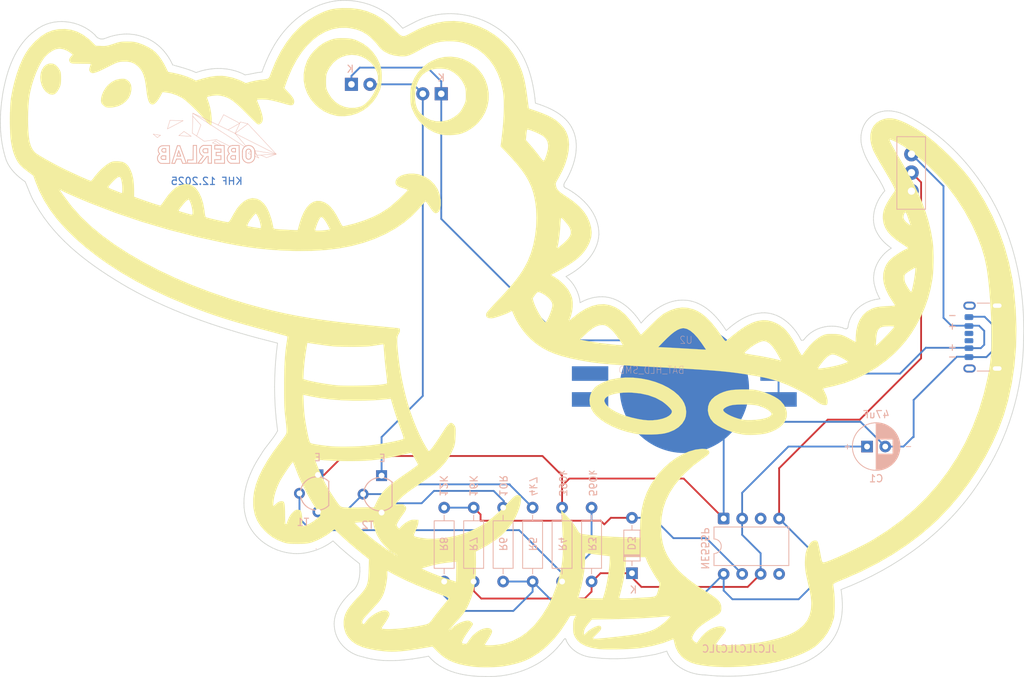
<source format=kicad_pcb>
(kicad_pcb (version 20241229) (generator "pcbnew") (generator_version "9.0")
  (layers (0 "F.Cu" signal) (2 "B.Cu" signal) (13 "F.Paste" user) (15 "B.Paste" user) (5 "F.SilkS" user "F.Silkscreen") (7 "B.SilkS" user "B.Silkscreen") (1 "F.Mask" user) (3 "B.Mask" user) (25 "Edge.Cuts" user))
  (net 0 "")
  (net 1 "Net-(D3-K)")
  (net 2 "Net-(D1-K)")
  (net 3 "Net-(D1-A)")
  (net 4 "Net-(D3-A)")
  (net 5 "Net-(Q1-C)")
  (net 6 "Net-(Q1-B)")
  (net 7 "Net-(Q2-C)")
  (net 8 "Net-(S1-E)")
  (net 9 "Net-(S1-A-Pad1)")
  (footprint "LOGO" (layer "F.Cu") (at 141.5405 78.0618)
    (property "Reference" "G***" (hide yes))
    (property "Value" "LOGO" (hide yes))
  )
  (footprint "LOGO" (layer "F.Cu") (at 141.5405 78.0618)
    (property "Reference" "G***" (hide yes))
    (property "Value" "LOGO" (hide yes))
  )
  (footprint "!Goody:LED_D3.0mm" (layer "F.Cu") (at 128.8 56.6 180)
    (property "Reference" "D2" (hide yes))
    (property "Value" "LED" (hide yes))
  )
  (footprint "!Goody:ob-logo_B.SilkS" (layer "F.Cu") (at 103 80.1)
    (property "Reference" "G***" (hide yes))
    (property "Value" "LOGO" (hide yes))
  )
  (footprint "LOGO" (layer "F.Cu") (at 141.5405 78.0618)
    (property "Reference" "G***" (hide yes))
    (property "Value" "LOGO" (hide yes))
  )
  (footprint "!Goody:LED_D3.0mm" (layer "F.Cu") (at 116.46 55.3)
    (property "Reference" "D1" (hide yes))
    (property "Value" "LED" (hide yes))
  )
  (footprint "LOGO" (layer "F.Cu") (at 141.5405 78.0618)
    (property "Reference" "G***" (hide yes))
    (property "Value" "LOGO" (hide yes))
  )
  (footprint "LOGO" (layer "F.Cu") (at 141.5405 78.0618)
    (property "Reference" "G***" (hide yes))
    (property "Value" "LOGO" (hide yes))
  )
  (footprint "LOGO" (layer "F.Cu") (at 141.5405 78.0618)
    (property "Reference" "G***" (hide yes))
    (property "Value" "LOGO" (hide yes))
  )
  (footprint "LOGO" (layer "F.Cu") (at 141.5405 78.0618)
    (property "Reference" "G***" (hide yes))
    (property "Value" "LOGO" (hide yes))
  )
  (footprint "!Goody:Micro_SchalterKHF" (layer "B.Cu") (at 193.4 64.9 -90)
    (property "Reference" "S1" (hide yes))
    (property "Value" "Micro_Schalter")
  )
  (footprint "Package_DIP:DIP-8_W7.62mm" (layer "B.Cu") (at 167.6 115 -90)
    (property "Reference" "U1" (hide yes))
    (property "Value" "NE555P")
  )
  (footprint "!Goody:TO-92L_Wide" (layer "B.Cu") (at 120.6 109.1 -90)
    (property "Reference" "Q2" (hide yes))
    (property "Value" "Q_NPN_EBC")
  )
  (footprint "Resistor_THT:R_Axial_DIN0207_L6.3mm_D2.5mm_P10.16mm_Horizontal" (layer "B.Cu") (at 149.45 123.66 90)
    (property "Reference" "R3")
    (property "Value" "560k")
  )
  (footprint "Resistor_THT:R_Axial_DIN0207_L6.3mm_D2.5mm_P10.16mm_Horizontal" (layer "B.Cu") (at 137.3 123.66 90)
    (property "Reference" "R6")
    (property "Value" "10R")
  )
  (footprint "Resistor_THT:R_Axial_DIN0207_L6.3mm_D2.5mm_P10.16mm_Horizontal" (layer "B.Cu") (at 129.2 123.66 90)
    (property "Reference" "R8")
    (property "Value" "12K")
  )
  (footprint "!Goody:TO-92L_Wide" (layer "B.Cu") (at 111.857615 109 -90)
    (property "Reference" "Q1" (hide yes))
    (property "Value" "Q_NPN_EBC")
  )
  (footprint "!Goody:1N4147_P7.62mm_Horizontal" (layer "B.Cu") (at 155 122.52 90)
    (property "Reference" "D3")
    (property "Value" "1N4148")
  )
  (footprint "Resistor_THT:R_Axial_DIN0207_L6.3mm_D2.5mm_P10.16mm_Horizontal" (layer "B.Cu") (at 141.35 123.66 90)
    (property "Reference" "R5")
    (property "Value" "4k7")
  )
  (footprint "Resistor_THT:R_Axial_DIN0207_L6.3mm_D2.5mm_P10.16mm_Horizontal" (layer "B.Cu") (at 145.4 123.66 90)
    (property "Reference" "R4")
    (property "Value" "390k")
  )
  (footprint "Resistor_THT:R_Axial_DIN0207_L6.3mm_D2.5mm_P10.16mm_Horizontal" (layer "B.Cu") (at 133.25 123.66 90)
    (property "Reference" "R7")
    (property "Value" "16K")
  )
  (footprint "!Goody:C_Radial_D6.3mm_P2.50mm" (layer "B.Cu") (at 187.3 105.1)
    (property "Reference" "C1")
    (property "Value" "47uF")
  )
  (footprint "!Goody:BAT-HLD-SMD-Blech" (layer "B.Cu") (at 162.2 97.1)
    (property "Reference" "U2")
    (property "Value" "BAT_HLD_SMD")
  )
  (footprint "Connector_USB:USB_C_Receptacle_GCT_USB4125-xx-x_6P_TopMnt_Horizontal" (layer "B.Cu") (at 204.38 90.05 -90)
    (property "Reference" "REF**" (hide yes))
    (property "Value" "USB_C_Receptacle_GCT_USB4125-xx-x_6P_TopMnt_Horizontal")
  )
  (gr_arc (start 118.139055 111.556175) (mid 119.6 109.51235) (end 122.060146 110.02153) (stroke (width 0.15)) (layer "B.SilkS"))
  (gr_arc (start 109.439055 111.456175) (mid 110.9 109.41235) (end 113.360146 109.92153) (stroke (width 0.15)) (layer "B.SilkS"))
  (gr_arc (start 122.060146 113.29082) (mid 119.6 113.8) (end 118.139055 111.756175) (stroke (width 0.15)) (layer "B.SilkS"))
  (gr_line (start 122.039055 109.956175) (end 122.039055 113.256175) (stroke (width 0.15)) (layer "B.SilkS"))
  (gr_arc (start 113.360146 113.19082) (mid 110.9 113.7) (end 109.439055 111.656175) (stroke (width 0.15)) (layer "B.SilkS"))
  (gr_line (start 113.339055 109.856175) (end 113.339055 113.156175) (stroke (width 0.15)) (layer "B.SilkS"))
  (gr_line (start 95.9388 53.4183) (end 95.5236 53.5398) (stroke (width 0.1)) (layer "Edge.Cuts"))
  (gr_line (start 122.9111 46.9623) (end 122.3102 46.3507) (stroke (width 0.1)) (layer "Edge.Cuts"))
  (gr_line (start 183.8695 125.9918) (end 183.8105 125.3758) (stroke (width 0.1)) (layer "Edge.Cuts"))
  (gr_line (start 187.3005 60.258) (end 187.1095 60.5139) (stroke (width 0.1)) (layer "Edge.Cuts"))
  (gr_line (start 95.5236 53.5398) (end 95.1156 53.6812) (stroke (width 0.1)) (layer "Edge.Cuts"))
  (gr_line (start 116.662 133.5458) (end 116.9897 133.7008) (stroke (width 0.1)) (layer "Edge.Cuts"))
  (gr_line (start 200.9065 66.1215) (end 200.3285 65.4621) (stroke (width 0.1)) (layer "Edge.Cuts"))
  (gr_line (start 174.0665 136.1098) (end 174.8715 135.9408) (stroke (width 0.1)) (layer "Edge.Cuts"))
  (gr_line (start 195.1385 118.2848) (end 195.7375 117.7938) (stroke (width 0.1)) (layer "Edge.Cuts"))
  (gr_line (start 91.4044 51.6971) (end 91.2096 51.3986) (stroke (width 0.1)) (layer "Edge.Cuts"))
  (gr_line (start 74.0037 47.262) (end 73.516 47.5377) (stroke (width 0.1)) (layer "Edge.Cuts"))
  (gr_line (start 114.0834 129.4738) (end 114.0997 129.8388) (stroke (width 0.1)) (layer "Edge.Cuts"))
  (gr_line (start 84.9047 48.4135) (end 84.5666 48.4522) (stroke (width 0.1)) (layer "Edge.Cuts"))
  (gr_line (start 188.2015 81.9309) (end 188.2185 82.3126) (stroke (width 0.1)) (layer "Edge.Cuts"))
  (gr_line (start 102.0666 115.2298) (end 102.1907 115.5468) (stroke (width 0.1)) (layer "Edge.Cuts"))
  (gr_line (start 147.0978 133.1598) (end 147.3362 133.3288) (stroke (width 0.1)) (layer "Edge.Cuts"))
  (gr_line (start 149.27 79.0145) (end 149.5445 78.6257) (stroke (width 0.1)) (layer "Edge.Cuts"))
  (gr_line (start 88.8948 49.2371) (end 88.5789 49.0738) (stroke (width 0.1)) (layer "Edge.Cuts"))
  (gr_line (start 184.4005 88.9213) (end 184.2685 88.9019) (stroke (width 0.1)) (layer "Edge.Cuts"))
  (gr_line (start 182.9545 131.0478) (end 183.1785 130.6028) (stroke (width 0.1)) (layer "Edge.Cuts"))
  (gr_line (start 180.1875 89.0845) (end 179.8825 89.2546) (stroke (width 0.1)) (layer "Edge.Cuts"))
  (gr_line (start 106.0625 103.3668) (end 105.7821 103.7858) (stroke (width 0.1)) (layer "Edge.Cuts"))
  (gr_line (start 121.9647 134.5408) (end 122.5348 134.5258) (stroke (width 0.1)) (layer "Edge.Cuts"))
  (gr_line (start 128.2501 135.0268) (end 128.694 135.3188) (stroke (width 0.1)) (layer "Edge.Cuts"))
  (gr_line (start 99.6844 89.0572) (end 101 89.4534) (stroke (width 0.1)) (layer "Edge.Cuts"))
  (gr_line (start 115.0048 132.1758) (end 115.2354 132.4518) (stroke (width 0.1)) (layer "Edge.Cuts"))
  (gr_line (start 190.0585 58.9466) (end 189.7515 58.9665) (stroke (width 0.1)) (layer "Edge.Cuts"))
  (gr_line (start 109.5485 119.7968) (end 109.8818 119.7618) (stroke (width 0.1)) (layer "Edge.Cuts"))
  (gr_line (start 101.897 114.6488) (end 102.0666 115.2298) (stroke (width 0.1)) (layer "Edge.Cuts"))
  (gr_line (start 185.4805 86.682) (end 185.2665 86.9889) (stroke (width 0.1)) (layer "Edge.Cuts"))
  (gr_line (start 77.0376 76.8944) (end 77.8235 77.6351) (stroke (width 0.1)) (layer "Edge.Cuts"))
  (gr_line (start 149.1325 72.2059) (end 148.8113 71.8125) (stroke (width 0.1)) (layer "Edge.Cuts"))
  (gr_line (start 208.6265 84.8634) (end 208.4585 83.4467) (stroke (width 0.1)) (layer "Edge.Cuts"))
  (gr_line (start 115.7044 119.6978) (end 116.63 120.4658) (stroke (width 0.1)) (layer "Edge.Cuts"))
  (gr_line (start 187.1095 60.5139) (end 186.9425 60.7856) (stroke (width 0.1)) (layer "Edge.Cuts"))
  (gr_line (start 100.6409 53.4904) (end 100.2256 53.3707) (stroke (width 0.1)) (layer "Edge.Cuts"))
  (gr_line (start 179.0555 89.9023) (end 178.8135 90.1636) (stroke (width 0.1)) (layer "Edge.Cuts"))
  (gr_line (start 72.6372 71.0506) (end 72.8363 71.4289) (stroke (width 0.1)) (layer "Edge.Cuts"))
  (gr_line (start 186.8375 64.6034) (end 186.9865 64.9807) (stroke (width 0.1)) (layer "Edge.Cuts"))
  (gr_line (start 78.6368 78.3486) (end 79.4743 79.0361) (stroke (width 0.1)) (layer "Edge.Cuts"))
  (gr_line (start 208.3685 95.6108) (end 208.5435 94.3528) (stroke (width 0.1)) (layer "Edge.Cuts"))
  (gr_line (start 201.5765 111.6278) (end 202.0305 110.9998) (stroke (width 0.1)) (layer "Edge.Cuts"))
  (gr_line (start 68.2226 60.6489) (end 68.2368 61.2257) (stroke (width 0.1)) (layer "Edge.Cuts"))
  (gr_line (start 176.8265 88.4489) (end 176.5305 88.1617) (stroke (width 0.1)) (layer "Edge.Cuts"))
  (gr_line (start 70.4727 67.7638) (end 70.8468 68.0948) (stroke (width 0.1)) (layer "Edge.Cuts"))
  (gr_line (start 186.5365 63.5963) (end 186.6115 63.9102) (stroke (width 0.1)) (layer "Edge.Cuts"))
  (gr_line (start 186.4545 62.631) (end 186.4575 62.9545) (stroke (width 0.1)) (layer "Edge.Cuts"))
  (gr_line (start 99.8042 53.2747) (end 99.3779 53.202) (stroke (width 0.1)) (layer "Edge.Cuts"))
  (gr_line (start 111.2797 119.4448) (end 111.6848 119.3088) (stroke (width 0.1)) (layer "Edge.Cuts"))
  (gr_line (start 147.7112 70.7476) (end 147.3088 70.4334) (stroke (width 0.1)) (layer "Edge.Cuts"))
  (gr_line (start 204.1815 70.7107) (end 203.8125 70.1001) (stroke (width 0.1)) (layer "Edge.Cuts"))
  (gr_line (start 203.0295 68.9037) (end 202.5285 68.1889) (stroke (width 0.1)) (layer "Edge.Cuts"))
  (gr_line (start 138.0499 48.8138) (end 137.7312 48.5141) (stroke (width 0.1)) (layer "Edge.Cuts"))
  (gr_line (start 120.8273 134.5128) (end 121.3953 134.5378) (stroke (width 0.1)) (layer "Edge.Cuts"))
  (gr_line (start 150.2634 74.4287) (end 150.1104 73.9524) (stroke (width 0.1)) (layer "Edge.Cuts"))
  (gr_line (start 107.5446 119.6828) (end 108.209 119.7808) (stroke (width 0.1)) (layer "Edge.Cuts"))
  (gr_line (start 200.1325 113.4468) (end 200.6275 112.8518) (stroke (width 0.1)) (layer "Edge.Cuts"))
  (gr_line (start 200.3285 65.4621) (end 199.7305 64.8196) (stroke (width 0.1)) (layer "Edge.Cuts"))
  (gr_line (start 187.7585 59.8025) (end 187.5175 60.0202) (stroke (width 0.1)) (layer "Edge.Cuts"))
  (gr_line (start 190.0845 77.3993) (end 190.6295 77.8238) (stroke (width 0.1)) (layer "Edge.Cuts"))
  (gr_line (start 70.8823 50.1371) (end 70.5463 50.6671) (stroke (width 0.1)) (layer "Edge.Cuts"))
  (gr_line (start 156.8445 87.4798) (end 156.5425 87.7979) (stroke (width 0.1)) (layer "Edge.Cuts"))
  (gr_line (start 105.0437 118.7348) (end 105.6351 119.0508) (stroke (width 0.1)) (layer "Edge.Cuts"))
  (gr_line (start 104.0045 106.2398) (end 103.6851 106.7328) (stroke (width 0.1)) (layer "Edge.Cuts"))
  (gr_line (start 114.9967 126.7888) (end 114.8027 127.0978) (stroke (width 0.1)) (layer "Edge.Cuts"))
  (gr_line (start 76.2818 76.125) (end 77.0376 76.8944) (stroke (width 0.1)) (layer "Edge.Cuts"))
  (gr_line (start 99.3779 53.202) (end 98.948 53.1523) (stroke (width 0.1)) (layer "Edge.Cuts"))
  (gr_line (start 198.5715 115.1638) (end 199.1045 114.6028) (stroke (width 0.1)) (layer "Edge.Cuts"))
  (gr_line (start 145.7552 59.9811) (end 145.4736 59.7294) (stroke (width 0.1)) (layer "Edge.Cuts"))
  (gr_line (start 166.7035 136.6398) (end 167.5255 136.6708) (stroke (width 0.1)) (layer "Edge.Cuts"))
  (gr_line (start 202.0305 110.9998) (end 202.4705 110.3598) (stroke (width 0.1)) (layer "Edge.Cuts"))
  (gr_line (start 147.2078 62.5151) (end 147.0808 62.0603) (stroke (width 0.1)) (layer "Edge.Cuts"))
  (gr_line (start 182.9015 88.5668) (end 182.5515 88.5484) (stroke (width 0.1)) (layer "Edge.Cuts"))
  (gr_line (start 190.3125 78.0372) (end 190.0115 78.2742) (stroke (width 0.1)) (layer "Edge.Cuts"))
  (gr_line (start 91.9384 86.2599) (end 93.2074 86.7823) (stroke (width 0.1)) (layer "Edge.Cuts"))
  (gr_line (start 132.2272 136.5268) (end 132.7648 136.6008) (stroke (width 0.1)) (layer "Edge.Cuts"))
  (gr_line (start 94.4863 87.2806) (end 95.7744 87.756) (stroke (width 0.1)) (layer "Edge.Cuts"))
  (gr_line (start 92.7118 52.854) (end 91.9085 52.6363) (stroke (width 0.1)) (layer "Edge.Cuts"))
  (gr_line (start 189.3405 76.6757) (end 189.5755 76.9294) (stroke (width 0.1)) (layer "Edge.Cuts"))
  (gr_line (start 145.9189 69.5776) (end 145.8243 69.5244) (stroke (width 0.1)) (layer "Edge.Cuts"))
  (gr_line (start 186.5825 123.5638) (end 187.9765 122.8878) (stroke (width 0.1)) (layer "Edge.Cuts"))
  (gr_line (start 191.8965 59.2396) (end 191.5965 59.1477) (stroke (width 0.1)) (layer "Edge.Cuts"))
  (gr_line (start 116.4128 125.1408) (end 115.9082 125.6478) (stroke (width 0.1)) (layer "Edge.Cuts"))
  (gr_line (start 102.1907 115.5468) (end 102.3311 115.8548) (stroke (width 0.1)) (layer "Edge.Cuts"))
  (gr_line (start 208.1495 96.8628) (end 208.3685 95.6108) (stroke (width 0.1)) (layer "Edge.Cuts"))
  (gr_line (start 205.9235 104.1348) (end 206.4025 102.9588) (stroke (width 0.1)) (layer "Edge.Cuts"))
  (gr_line (start 167.1715 88.035) (end 166.8835 87.6754) (stroke (width 0.1)) (layer "Edge.Cuts"))
  (gr_line (start 105.5268 50.5054) (end 105.1352 51.261) (stroke (width 0.1)) (layer "Edge.Cuts"))
  (gr_line (start 105.9235 98.4168) (end 106.0003 99.9248) (stroke (width 0.1)) (layer "Edge.Cuts"))
  (gr_line (start 121.3203 45.5349) (end 120.9515 45.3082) (stroke (width 0.1)) (layer "Edge.Cuts"))
  (gr_line (start 146.2867 132.3238) (end 146.4654 132.5568) (stroke (width 0.1)) (layer "Edge.Cuts"))
  (gr_line (start 180.5035 88.9375) (end 180.1875 89.0845) (stroke (width 0.1)) (layer "Edge.Cuts"))
  (gr_line (start 148.0977 71.0826) (end 147.7112 70.7476) (stroke (width 0.1)) (layer "Edge.Cuts"))
  (gr_line (start 114.2226 130.5688) (end 114.3237 130.9168) (stroke (width 0.1)) (layer "Edge.Cuts"))
  (gr_line (start 108.209 119.7808) (end 108.5435 119.8078) (stroke (width 0.1)) (layer "Edge.Cuts"))
  (gr_line (start 186.7095 64.2167) (end 186.8375 64.6034) (stroke (width 0.1)) (layer "Edge.Cuts"))
  (gr_line (start 167.9535 89.1481) (end 167.4465 88.4021) (stroke (width 0.1)) (layer "Edge.Cuts"))
  (gr_line (start 174.8315 87.0562) (end 174.4535 86.9181) (stroke (width 0.1)) (layer "Edge.Cuts"))
  (gr_line (start 141.5943 56.6462) (end 141.498 56.0269) (stroke (width 0.1)) (layer "Edge.Cuts"))
  (gr_line (start 73.619 72.7314) (end 74.2248 73.63) (stroke (width 0.1)) (layer "Edge.Cuts"))
  (gr_line (start 113.8555 43.8952) (end 113.4835 43.9708) (stroke (width 0.1)) (layer "Edge.Cuts"))
  (gr_line (start 148.4925 85.0127) (end 148.1791 85.1583) (stroke (width 0.1)) (layer "Edge.Cuts"))
  (gr_line (start 188.2745 81.1762) (end 188.2215 81.5515) (stroke (width 0.1)) (layer "Edge.Cuts"))
  (gr_line (start 175.1985 87.2252) (end 174.8315 87.0562) (stroke (width 0.1)) (layer "Edge.Cuts"))
  (gr_line (start 183.9025 126.6098) (end 183.8695 125.9918) (stroke (width 0.1)) (layer "Edge.Cuts"))
  (gr_line (start 188.2195 73.1435) (end 188.1835 73.5393) (stroke (width 0.1)) (layer "Edge.Cuts"))
  (gr_line (start 113.4835 43.9708) (end 112.7527 44.1651) (stroke (width 0.1)) (layer "Edge.Cuts"))
  (gr_line (start 185.7215 86.3951) (end 185.4805 86.682) (stroke (width 0.1)) (layer "Edge.Cuts"))
  (gr_line (start 181.4295 132.9948) (end 181.7825 132.6438) (stroke (width 0.1)) (layer "Edge.Cuts"))
  (gr_line (start 90.0444 50.0608) (end 89.7745 49.8313) (stroke (width 0.1)) (layer "Edge.Cuts"))
  (gr_line (start 69.2441 66.2022) (end 69.4994 66.6306) (stroke (width 0.1)) (layer "Edge.Cuts"))
  (gr_line (start 73.516 47.5377) (end 73.2817 47.6961) (stroke (width 0.1)) (layer "Edge.Cuts"))
  (gr_line (start 193.5325 60.0024) (end 192.7545 59.597) (stroke (width 0.1)) (layer "Edge.Cuts"))
  (gr_line (start 177.2525 135.3058) (end 178.0335 135.0508) (stroke (width 0.1)) (layer "Edge.Cuts"))
  (gr_line (start 140.4807 52.4118) (end 140.2251 51.8437) (stroke (width 0.1)) (layer "Edge.Cuts"))
  (gr_line (start 114.9964 43.7593) (end 114.9964 43.7593) (stroke (width 0.1)) (layer "Edge.Cuts"))
  (gr_line (start 115.2065 126.4888) (end 114.9967 126.7888) (stroke (width 0.1)) (layer "Edge.Cuts"))
  (gr_line (start 193.9115 119.2308) (end 194.5305 118.7638) (stroke (width 0.1)) (layer "Edge.Cuts"))
  (gr_line (start 146.9495 66.2529) (end 147.0835 65.7914) (stroke (width 0.1)) (layer "Edge.Cuts"))
  (gr_line (start 96.7864 53.2361) (end 96.3602 53.3169) (stroke (width 0.1)) (layer "Edge.Cuts"))
  (gr_line (start 115.4866 132.7108) (end 115.7566 132.9498) (stroke (width 0.1)) (layer "Edge.Cuts"))
  (gr_line (start 125.4932 46.5714) (end 125.0987 46.7695) (stroke (width 0.1)) (layer "Edge.Cuts"))
  (gr_line (start 70.1196 67.4103) (end 70.4727 67.7638) (stroke (width 0.1)) (layer "Edge.Cuts"))
  (gr_line (start 176.4655 135.5388) (end 177.2525 135.3058) (stroke (width 0.1)) (layer "Edge.Cuts"))
  (gr_line (start 208.6745 93.0888) (end 208.7615 91.8213) (stroke (width 0.1)) (layer "Edge.Cuts"))
  (gr_line (start 199.7305 64.8196) (end 199.1145 64.1953) (stroke (width 0.1)) (layer "Edge.Cuts"))
  (gr_line (start 148.9595 134.0018) (end 149.2495 134.0578) (stroke (width 0.1)) (layer "Edge.Cuts"))
  (gr_line (start 80.3333 79.6992) (end 81.2109 80.3392) (stroke (width 0.1)) (layer "Edge.Cuts"))
  (gr_line (start 85.9226 48.3911) (end 85.5833 48.3825) (stroke (width 0.1)) (layer "Edge.Cuts"))
  (gr_line (start 70.8468 68.0948) (end 71.2359 68.4044) (stroke (width 0.1)) (layer "Edge.Cuts"))
  (gr_line (start 164.6585 136.4878) (end 165.0655 136.5078) (stroke (width 0.1)) (layer "Edge.Cuts"))
  (gr_line (start 68.8604 65.1964) (end 69.0333 65.7466) (stroke (width 0.1)) (layer "Edge.Cuts"))
  (gr_line (start 145.4736 59.7294) (end 145.1768 59.4949) (stroke (width 0.1)) (layer "Edge.Cuts"))
  (gr_line (start 186.9425 60.7856) (end 186.8005 61.0711) (stroke (width 0.1)) (layer "Edge.Cuts"))
  (gr_line (start 187.9765 122.8878) (end 189.3475 122.1608) (stroke (width 0.1)) (layer "Edge.Cuts"))
  (gr_line (start 160.5405 85.155) (end 160.1235 85.284) (stroke (width 0.1)) (layer "Edge.Cuts"))
  (gr_line (start 145.6366 131.6488) (end 145.7393 131.5458) (stroke (width 0.1)) (layer "Edge.Cuts"))
  (gr_line (start 97.2163 53.1762) (end 96.7864 53.2361) (stroke (width 0.1)) (layer "Edge.Cuts"))
  (gr_line (start 150.1104 73.9524) (end 149.9179 73.4913) (stroke (width 0.1)) (layer "Edge.Cuts"))
  (gr_line (start 161.3995 84.9925) (end 160.9665 85.0571) (stroke (width 0.1)) (layer "Edge.Cuts"))
  (gr_line (start 82.0115 49.0565) (end 81.8274 49.0093) (stroke (width 0.1)) (layer "Edge.Cuts"))
  (gr_line (start 161.9075 135.6538) (end 162.2715 135.8468) (stroke (width 0.1)) (layer "Edge.Cuts"))
  (gr_line (start 189.4895 70.2292) (end 189.2545 70.5485) (stroke (width 0.1)) (layer "Edge.Cuts"))
  (gr_line (start 68.3859 62.9469) (end 68.4735 63.5154) (stroke (width 0.1)) (layer "Edge.Cuts"))
  (gr_line (start 188.5125 71.9762) (end 188.3865 72.3598) (stroke (width 0.1)) (layer "Edge.Cuts"))
  (gr_line (start 188.6575 83.9583) (end 188.8465 84.3837) (stroke (width 0.1)) (layer "Edge.Cuts"))
  (gr_line (start 138.9063 49.7391) (end 138.4957 49.2643) (stroke (width 0.1)) (layer "Edge.Cuts"))
  (gr_line (start 160.3765 134.3218) (end 160.6345 134.6368) (stroke (width 0.1)) (layer "Edge.Cuts"))
  (gr_line (start 146.4912 60.8478) (end 146.2656 60.5393) (stroke (width 0.1)) (layer "Edge.Cuts"))
  (gr_line (start 152.6746 84.8731) (end 152.2612 84.7231) (stroke (width 0.1)) (layer "Edge.Cuts"))
  (gr_line (start 90.3023 50.3044) (end 90.0444 50.0608) (stroke (width 0.1)) (layer "Edge.Cuts"))
  (gr_line (start 71.6482 49.1458) (end 71.2491 49.6292) (stroke (width 0.1)) (layer "Edge.Cuts"))
  (gr_line (start 110.0357 45.4575) (end 109.4152 45.8934) (stroke (width 0.1)) (layer "Edge.Cuts"))
  (gr_line (start 140.5838 135.6828) (end 141.2446 135.3828) (stroke (width 0.1)) (layer "Edge.Cuts"))
  (gr_line (start 156.0134 87.7584) (end 155.7538 87.3993) (stroke (width 0.1)) (layer "Edge.Cuts"))
  (gr_line (start 91.586 52.0036) (end 91.4044 51.6971) (stroke (width 0.1)) (layer "Edge.Cuts"))
  (gr_line (start 105.1727 104.5908) (end 104.5567 105.3928) (stroke (width 0.1)) (layer "Edge.Cuts"))
  (gr_line (start 146.0363 69.6235) (end 145.9189 69.5776) (stroke (width 0.1)) (layer "Edge.Cuts"))
  (gr_line (start 95.7744 87.756) (end 97.0707 88.2098) (stroke (width 0.1)) (layer "Edge.Cuts"))
  (gr_line (start 164.0595 85.4082) (end 163.6395 85.243) (stroke (width 0.1)) (layer "Edge.Cuts"))
  (gr_line (start 188.9225 76.127) (end 189.1225 76.4085) (stroke (width 0.1)) (layer "Edge.Cuts"))
  (gr_line (start 145.6974 69.3988) (end 145.6618 69.328) (stroke (width 0.1)) (layer "Edge.Cuts"))
  (gr_line (start 147.5513 80.6984) (end 147.9312 80.3968) (stroke (width 0.1)) (layer "Edge.Cuts"))
  (gr_line (start 106.0019 93.8878) (end 105.9253 95.3968) (stroke (width 0.1)) (layer "Edge.Cuts"))
  (gr_line (start 145.2998 132.1208) (end 145.4144 131.9648) (stroke (width 0.1)) (layer "Edge.Cuts"))
  (gr_line (start 187.2395 85.287) (end 186.9025 85.4624) (stroke (width 0.1)) (layer "Edge.Cuts"))
  (gr_line (start 184.5105 88.904) (end 184.4005 88.9213) (stroke (width 0.1)) (layer "Edge.Cuts"))
  (gr_line (start 112.0411 44.4141) (end 111.3501 44.7146) (stroke (width 0.1)) (layer "Edge.Cuts"))
  (gr_line (start 144.8663 59.2765) (end 144.5439 59.0733) (stroke (width 0.1)) (layer "Edge.Cuts"))
  (gr_line (start 178.2075 90.4075) (end 178.1265 90.2718) (stroke (width 0.1)) (layer "Edge.Cuts"))
  (gr_line (start 83.0097 81.5559) (end 83.9252 82.1354) (stroke (width 0.1)) (layer "Edge.Cuts"))
  (gr_line (start 189.1225 76.4085) (end 189.3405 76.6757) (stroke (width 0.1)) (layer "Edge.Cuts"))
  (gr_line (start 171.1405 87.0801) (end 170.8195 87.2079) (stroke (width 0.1)) (layer "Edge.Cuts"))
  (gr_line (start 68.3841 57.7689) (end 68.276 58.9175) (stroke (width 0.1)) (layer "Edge.Cuts"))
  (gr_line (start 187.9485 85.0111) (end 187.5885 85.1363) (stroke (width 0.1)) (layer "Edge.Cuts"))
  (gr_line (start 101.7624 111.7088) (end 101.703 112.2958) (stroke (width 0.1)) (layer "Edge.Cuts"))
  (gr_line (start 87.9143 48.8055) (end 87.5909 48.6912) (stroke (width 0.1)) (layer "Edge.Cuts"))
  (gr_line (start 128.4124 45.6958) (end 127.9828 45.7673) (stroke (width 0.1)) (layer "Edge.Cuts"))
  (gr_line (start 203.4285 69.4976) (end 203.0295 68.9037) (stroke (width 0.1)) (layer "Edge.Cuts"))
  (gr_line (start 154.039 134.2338) (end 155.0901 134.1468) (stroke (width 0.1)) (layer "Edge.Cuts"))
  (gr_line (start 114.339 128.0738) (end 114.2317 128.4138) (stroke (width 0.1)) (layer "Edge.Cuts"))
  (gr_line (start 110.5421 119.6428) (end 110.8678 119.5588) (stroke (width 0.1)) (layer "Edge.Cuts"))
  (gr_line (start 186.5895 61.675) (end 186.5205 61.9891) (stroke (width 0.1)) (layer "Edge.Cuts"))
  (gr_line (start 147.9312 80.3968) (end 148.2961 80.0775) (stroke (width 0.1)) (layer "Edge.Cuts"))
  (gr_line (start 83.9252 82.1354) (end 84.8475 82.6975) (stroke (width 0.1)) (layer "Edge.Cuts"))
  (gr_line (start 206.0805 74.5289) (end 205.8005 73.8758) (stroke (width 0.1)) (layer "Edge.Cuts"))
  (gr_line (start 112.4711 118.9748) (end 112.8506 118.7778) (stroke (width 0.1)) (layer "Edge.Cuts"))
  (gr_line (start 137.4008 48.228) (end 137.0592 47.9556) (stroke (width 0.1)) (layer "Edge.Cuts"))
  (gr_line (start 101.7784 114.0628) (end 101.897 114.6488) (stroke (width 0.1)) (layer "Edge.Cuts"))
  (gr_line (start 139.2832 50.2363) (end 138.9063 49.7391) (stroke (width 0.1)) (layer "Edge.Cuts"))
  (gr_line (start 124.8128 134.3078) (end 125.9427 134.1318) (stroke (width 0.1)) (layer "Edge.Cuts"))
  (gr_line (start 147.1933 65.3251) (end 147.2763 64.8553) (stroke (width 0.1)) (layer "Edge.Cuts"))
  (gr_line (start 69.7931 67.0329) (end 70.1196 67.4103) (stroke (width 0.1)) (layer "Edge.Cuts"))
  (gr_line (start 150.4062 76.4296) (end 150.4554 75.941) (stroke (width 0.1)) (layer "Edge.Cuts"))
  (gr_line (start 111.3501 44.7146) (end 110.6811 45.0635) (stroke (width 0.1)) (layer "Edge.Cuts"))
  (gr_line (start 115.2354 132.4518) (end 115.4866 132.7108) (stroke (width 0.1)) (layer "Edge.Cuts"))
  (gr_line (start 138.5103 136.3568) (end 139.2141 136.1698) (stroke (width 0.1)) (layer "Edge.Cuts"))
  (gr_line (start 147.2614 83.331) (end 146.9906 82.883) (stroke (width 0.1)) (layer "Edge.Cuts"))
  (gr_line (start 117.6086 121.7408) (end 117.6145 122.2808) (stroke (width 0.1)) (layer "Edge.Cuts"))
  (gr_line (start 106.1304 101.4298) (end 106.3148 102.9288) (stroke (width 0.1)) (layer "Edge.Cuts"))
  (gr_line (start 127.1338 45.9632) (end 126.7155 46.0879) (stroke (width 0.1)) (layer "Edge.Cuts"))
  (gr_line (start 127.5564 45.8563) (end 127.1338 45.9632) (stroke (width 0.1)) (layer "Edge.Cuts"))
  (gr_line (start 185.1665 124.1898) (end 186.5825 123.5638) (stroke (width 0.1)) (layer "Edge.Cuts"))
  (gr_line (start 89.4338 85.1379) (end 90.6802 85.7122) (stroke (width 0.1)) (layer "Edge.Cuts"))
  (gr_line (start 196.4665 61.9042) (end 195.7595 61.3892) (stroke (width 0.1)) (layer "Edge.Cuts"))
  (gr_line (start 129.6391 135.8048) (end 130.1357 136.0018) (stroke (width 0.1)) (layer "Edge.Cuts"))
  (gr_line (start 154.1959 85.782) (end 153.8367 85.5141) (stroke (width 0.1)) (layer "Edge.Cuts"))
  (gr_line (start 117.5434 123.0898) (end 117.4929 123.3528) (stroke (width 0.1)) (layer "Edge.Cuts"))
  (gr_line (start 208.2405 82.0372) (end 207.9695 80.6375) (stroke (width 0.1)) (layer "Edge.Cuts"))
  (gr_line (start 101 89.4534) (end 102.3204 89.8327) (stroke (width 0.1)) (layer "Edge.Cuts"))
  (gr_line (start 103.2533 117.2458) (end 103.4773 117.4928) (stroke (width 0.1)) (layer "Edge.Cuts"))
  (gr_line (start 106.3148 102.9288) (end 106.0625 103.3668) (stroke (width 0.1)) (layer "Edge.Cuts"))
  (gr_line (start 148.4654 71.4378) (end 148.0977 71.0826) (stroke (width 0.1)) (layer "Edge.Cuts"))
  (gr_line (start 68.2683 61.8014) (end 68.3177 62.3754) (stroke (width 0.1)) (layer "Edge.Cuts"))
  (gr_line (start 146.3271 82.0754) (end 145.9398 81.7242) (stroke (width 0.1)) (layer "Edge.Cuts"))
  (gr_line (start 187.5885 85.1363) (end 187.2395 85.287) (stroke (width 0.1)) (layer "Edge.Cuts"))
  (gr_line (start 81.6542 48.93) (end 81.4952 48.8207) (stroke (width 0.1)) (layer "Edge.Cuts"))
  (gr_line (start 98.0822 53.1204) (end 97.6486 53.1375) (stroke (width 0.1)) (layer "Edge.Cuts"))
  (gr_line (start 172.1395 86.8045) (end 171.8005 86.8771) (stroke (width 0.1)) (layer "Edge.Cuts"))
  (gr_line (start 119.9266 44.7405) (end 119.5709 44.5796) (stroke (width 0.1)) (layer "Edge.Cuts"))
  (gr_line (start 114.6122 43.7891) (end 114.2319 43.8345) (stroke (width 0.1)) (layer "Edge.Cuts"))
  (gr_line (start 184.9265 87.6591) (end 184.8055 88.0208) (stroke (width 0.1)) (layer "Edge.Cuts"))
  (gr_line (start 179.5915 89.4476) (end 179.3145 89.6636) (stroke (width 0.1)) (layer "Edge.Cuts"))
  (gr_line (start 160.6345 134.6368) (end 160.9195 134.9278) (stroke (width 0.1)) (layer "Edge.Cuts"))
  (gr_line (start 136.3538 136.6908) (end 137.0776 136.6178) (stroke (width 0.1)) (layer "Edge.Cuts"))
  (gr_line (start 204.5345 71.3292) (end 204.1815 70.7107) (stroke (width 0.1)) (layer "Edge.Cuts"))
  (gr_line (start 130.1357 136.0018) (end 130.6451 136.1708) (stroke (width 0.1)) (layer "Edge.Cuts"))
  (gr_line (start 183.5955 88.6761) (end 183.2505 88.6093) (stroke (width 0.1)) (layer "Edge.Cuts"))
  (gr_line (start 73.0579 71.7969) (end 73.619 72.7314) (stroke (width 0.1)) (layer "Edge.Cuts"))
  (gr_line (start 147.3302 64.384) (end 147.3527 63.9126) (stroke (width 0.1)) (layer "Edge.Cuts"))
  (gr_line (start 149.4259 72.6173) (end 149.1325 72.2059) (stroke (width 0.1)) (layer "Edge.Cuts"))
  (gr_line (start 190.6905 121.3848) (end 192.0035 120.5598) (stroke (width 0.1)) (layer "Edge.Cuts"))
  (gr_line (start 105.8988 96.9068) (end 105.9235 98.4168) (stroke (width 0.1)) (layer "Edge.Cuts"))
  (gr_line (start 188.6645 71.6011) (end 188.5125 71.9762) (stroke (width 0.1)) (layer "Edge.Cuts"))
  (gr_line (start 148.8129 84.8827) (end 148.4925 85.0127) (stroke (width 0.1)) (layer "Edge.Cuts"))
  (gr_line (start 177.6135 89.3995) (end 177.3685 89.0702) (stroke (width 0.1)) (layer "Edge.Cuts"))
  (gr_line (start 146.0198 60.2507) (end 145.7552 59.9811) (stroke (width 0.1)) (layer "Edge.Cuts"))
  (gr_line (start 188.2845 74.716) (end 188.3945 75.0974) (stroke (width 0.1)) (layer "Edge.Cuts"))
  (gr_line (start 148.8113 71.8125) (end 148.4654 71.4378) (stroke (width 0.1)) (layer "Edge.Cuts"))
  (gr_line (start 81.3535 48.6833) (end 81.2321 48.5202) (stroke (width 0.1)) (layer "Edge.Cuts"))
  (gr_line (start 150.1494 84.5478) (end 149.8084 84.6008) (stroke (width 0.1)) (layer "Edge.Cuts"))
  (gr_line (start 208.7615 91.8213) (end 208.8035 90.5516) (stroke (width 0.1)) (layer "Edge.Cuts"))
  (gr_line (start 180.6655 133.6358) (end 181.0565 133.3258) (stroke (width 0.1)) (layer "Edge.Cuts"))
  (gr_line (start 144.5439 59.0733) (end 144.2112 58.8844) (stroke (width 0.1)) (layer "Edge.Cuts"))
  (gr_line (start 119.1364 134.2968) (end 119.6973 134.3948) (stroke (width 0.1)) (layer "Edge.Cuts"))
  (gr_line (start 147.0808 62.0603) (end 146.9106 61.6138) (stroke (width 0.1)) (layer "Edge.Cuts"))
  (gr_line (start 83.2385 48.7523) (end 82.5984 48.9838) (stroke (width 0.1)) (layer "Edge.Cuts"))
  (gr_line (start 112.8506 118.7778) (end 113.2199 118.5628) (stroke (width 0.1)) (layer "Edge.Cuts"))
  (gr_line (start 105.4826 104.1918) (end 105.1727 104.5908) (stroke (width 0.1)) (layer "Edge.Cuts"))
  (gr_line (start 155.4761 87.0483) (end 155.1808 86.7082) (stroke (width 0.1)) (layer "Edge.Cuts"))
  (gr_line (start 162.2895 84.9725) (end 161.8405 84.9636) (stroke (width 0.1)) (layer "Edge.Cuts"))
  (gr_line (start 135.6283 136.7268) (end 136.3538 136.6908) (stroke (width 0.1)) (layer "Edge.Cuts"))
  (gr_line (start 118.8421 44.3004) (end 118.0937 44.0781) (stroke (width 0.1)) (layer "Edge.Cuts"))
  (gr_line (start 138.4957 49.2643) (end 138.0499 48.8138) (stroke (width 0.1)) (layer "Edge.Cuts"))
  (gr_line (start 114.4715 127.7408) (end 114.339 128.0738) (stroke (width 0.1)) (layer "Edge.Cuts"))
  (gr_line (start 148.1791 85.1583) (end 147.8734 85.318) (stroke (width 0.1)) (layer "Edge.Cuts"))
  (gr_line (start 70.5463 50.6671) (end 70.2395 51.2167) (stroke (width 0.1)) (layer "Edge.Cuts"))
  (gr_line (start 89.7745 49.8313) (end 89.4928 49.6168) (stroke (width 0.1)) (layer "Edge.Cuts"))
  (gr_line (start 125.9427 134.1318) (end 127.0609 133.9288) (stroke (width 0.1)) (layer "Edge.Cuts"))
  (gr_line (start 186.5205 61.9891) (end 186.4755 62.3084) (stroke (width 0.1)) (layer "Edge.Cuts"))
  (gr_line (start 188.4775 80.4449) (end 188.3605 80.8067) (stroke (width 0.1)) (layer "Edge.Cuts"))
  (gr_line (start 199.6245 114.0308) (end 200.1325 113.4468) (stroke (width 0.1)) (layer "Edge.Cuts"))
  (gr_line (start 170.8195 87.2079) (end 170.5045 87.3515) (stroke (width 0.1)) (layer "Edge.Cuts"))
  (gr_line (start 132.7443 45.9105) (end 132.3174 45.8155) (stroke (width 0.1)) (layer "Edge.Cuts"))
  (gr_line (start 188.0235 59.607) (end 187.7585 59.8025) (stroke (width 0.1)) (layer "Edge.Cuts"))
  (gr_line (start 149.8338 134.1198) (end 150.8817 134.2268) (stroke (width 0.1)) (layer "Edge.Cuts"))
  (gr_line (start 72.5494 48.2628) (end 72.0811 48.6896) (stroke (width 0.1)) (layer "Edge.Cuts"))
  (gr_line (start 163.6395 85.243) (end 163.2045 85.1135) (stroke (width 0.1)) (layer "Edge.Cuts"))
  (gr_line (start 184.6615 88.7458) (end 184.5975 88.8467) (stroke (width 0.1)) (layer "Edge.Cuts"))
  (gr_line (start 141.498 56.0269) (end 141.383 55.4092) (stroke (width 0.1)) (layer "Edge.Cuts"))
  (gr_line (start 181.8515 88.5834) (end 181.5055 88.6367) (stroke (width 0.1)) (layer "Edge.Cuts"))
  (gr_line (start 80.818 48.1475) (end 80.3714 47.8138) (stroke (width 0.1)) (layer "Edge.Cuts"))
  (gr_line (start 147.667 84.294) (end 147.4877 83.8028) (stroke (width 0.1)) (layer "Edge.Cuts"))
  (gr_line (start 180.8295 88.8138) (end 180.5035 88.9375) (stroke (width 0.1)) (layer "Edge.Cuts"))
  (gr_line (start 186.5795 85.6617) (end 186.2735 85.8841) (stroke (width 0.1)) (layer "Edge.Cuts"))
  (gr_line (start 118.0937 44.0781) (end 117.3304 43.9127) (stroke (width 0.1)) (layer "Edge.Cuts"))
  (gr_line (start 114.6269 127.4148) (end 114.4715 127.7408) (stroke (width 0.1)) (layer "Edge.Cuts"))
  (gr_line (start 147.3527 63.9126) (end 147.3413 63.4429) (stroke (width 0.1)) (layer "Edge.Cuts"))
  (gr_line (start 137.7973 136.5058) (end 138.5103 136.3568) (stroke (width 0.1)) (layer "Edge.Cuts"))
  (gr_line (start 69.0333 65.7466) (end 69.2441 66.2022) (stroke (width 0.1)) (layer "Edge.Cuts"))
  (gr_line (start 81.2109 80.3392) (end 82.1039 80.9577) (stroke (width 0.1)) (layer "Edge.Cuts"))
  (gr_line (start 184.2685 88.9019) (end 184.1135 88.8494) (stroke (width 0.1)) (layer "Edge.Cuts"))
  (gr_line (start 146.4685 69.8707) (end 146.0363 69.6235) (stroke (width 0.1)) (layer "Edge.Cuts"))
  (gr_line (start 149.4716 84.6753) (end 149.1395 84.7698) (stroke (width 0.1)) (layer "Edge.Cuts"))
  (gr_line (start 104.4835 118.3678) (end 105.0437 118.7348) (stroke (width 0.1)) (layer "Edge.Cuts"))
  (gr_line (start 183.6925 129.0628) (end 183.8055 128.4568) (stroke (width 0.1)) (layer "Edge.Cuts"))
  (gr_line (start 117.4929 123.3528) (end 117.4268 123.6108) (stroke (width 0.1)) (layer "Edge.Cuts"))
  (gr_line (start 171.8005 86.8771) (end 171.4675 86.9694) (stroke (width 0.1)) (layer "Edge.Cuts"))
  (gr_line (start 207.8875 98.1058) (end 208.1495 96.8628) (stroke (width 0.1)) (layer "Edge.Cuts"))
  (gr_line (start 122.5348 134.5258) (end 123.1053 134.4928) (stroke (width 0.1)) (layer "Edge.Cuts"))
  (gr_line (start 189.5755 76.9294) (end 189.8235 77.1704) (stroke (width 0.1)) (layer "Edge.Cuts"))
  (gr_line (start 68.2368 61.2257) (end 68.2683 61.8014) (stroke (width 0.1)) (layer "Edge.Cuts"))
  (gr_line (start 165.2275 86.0893) (end 164.8535 85.8341) (stroke (width 0.1)) (layer "Edge.Cuts"))
  (gr_line (start 197.8275 63.006) (end 197.1565 62.4436) (stroke (width 0.1)) (layer "Edge.Cuts"))
  (gr_line (start 112.0823 119.1528) (end 112.4711 118.9748) (stroke (width 0.1)) (layer "Edge.Cuts"))
  (gr_line (start 104.2683 105.8078) (end 104.0045 106.2398) (stroke (width 0.1)) (layer "Edge.Cuts"))
  (gr_line (start 145.7875 131.5218) (end 145.8333 131.5198) (stroke (width 0.1)) (layer "Edge.Cuts"))
  (gr_line (start 156.5425 87.7979) (end 156.2543 88.1227) (stroke (width 0.1)) (layer "Edge.Cuts"))
  (gr_line (start 201.1085 112.2458) (end 201.5765 111.6278) (stroke (width 0.1)) (layer "Edge.Cuts"))
  (gr_line (start 153.8367 85.5141) (end 153.463 85.2715) (stroke (width 0.1)) (layer "Edge.Cuts"))
  (gr_line (start 73.2817 47.6961) (end 73.0545 47.8682) (stroke (width 0.1)) (layer "Edge.Cuts"))
  (gr_line (start 121.9959 46.0607) (end 121.6672 45.7873) (stroke (width 0.1)) (layer "Edge.Cuts"))
  (gr_line (start 131.8875 45.7364) (end 131.4552 45.6733) (stroke (width 0.1)) (layer "Edge.Cuts"))
  (gr_line (start 98.5157 53.1252) (end 98.0822 53.1204) (stroke (width 0.1)) (layer "Edge.Cuts"))
  (gr_line (start 103.3798 107.2408) (end 103.0913 107.7638) (stroke (width 0.1)) (layer "Edge.Cuts"))
  (gr_line (start 130.1497 45.5822) (end 129.7137 45.5851) (stroke (width 0.1)) (layer "Edge.Cuts"))
  (gr_line (start 104.7819 52.0351) (end 104.459 52.8226) (stroke (width 0.1)) (layer "Edge.Cuts"))
  (gr_line (start 133.3036 136.6558) (end 133.8412 136.6938) (stroke (width 0.1)) (layer "Edge.Cuts"))
  (gr_line (start 207.2675 77.8779) (end 206.8345 76.5229) (stroke (width 0.1)) (layer "Edge.Cuts"))
  (gr_line (start 157.1795 133.8648) (end 158.2135 133.6778) (stroke (width 0.1)) (layer "Edge.Cuts"))
  (gr_line (start 173.6635 86.7444) (end 173.2525 86.7135) (stroke (width 0.1)) (layer "Edge.Cuts"))
  (gr_line (start 168.3475 136.6788) (end 169.1695 136.6648) (stroke (width 0.1)) (layer "Edge.Cuts"))
  (gr_line (start 208.8115 87.7083) (end 208.7435 86.2848) (stroke (width 0.1)) (layer "Edge.Cuts"))
  (gr_line (start 103.5701 53.6838) (end 102.9812 53.7957) (stroke (width 0.1)) (layer "Edge.Cuts"))
  (gr_line (start 154.5401 86.0722) (end 154.1959 85.782) (stroke (width 0.1)) (layer "Edge.Cuts"))
  (gr_line (start 169.5955 87.8649) (end 169.0215 88.263) (stroke (width 0.1)) (layer "Edge.Cuts"))
  (gr_line (start 206.8385 101.7668) (end 207.2315 100.5588) (stroke (width 0.1)) (layer "Edge.Cuts"))
  (gr_line (start 163.2045 85.1135) (end 162.7545 85.0224) (stroke (width 0.1)) (layer "Edge.Cuts"))
  (gr_line (start 136.3452 47.4524) (end 135.9739 47.2221) (stroke (width 0.1)) (layer "Edge.Cuts"))
  (gr_line (start 117.5726 121.2128) (end 117.6086 121.7408) (stroke (width 0.1)) (layer "Edge.Cuts"))
  (gr_line (start 116.6262 124.9618) (end 116.4128 125.1408) (stroke (width 0.1)) (layer "Edge.Cuts"))
  (gr_line (start 148.6728 133.9308) (end 148.9595 134.0018) (stroke (width 0.1)) (layer "Edge.Cuts"))
  (gr_line (start 88.5789 49.0738) (end 88.252 48.9296) (stroke (width 0.1)) (layer "Edge.Cuts"))
  (gr_line (start 172.4835 86.7527) (end 172.1395 86.8045) (stroke (width 0.1)) (layer "Edge.Cuts"))
  (gr_line (start 145.6426 69.2529) (end 145.647 69.0925) (stroke (width 0.1)) (layer "Edge.Cuts"))
  (gr_line (start 186.6115 63.9102) (end 186.7095 64.2167) (stroke (width 0.1)) (layer "Edge.Cuts"))
  (gr_line (start 170.5045 87.3515) (end 170.1955 87.5098) (stroke (width 0.1)) (layer "Edge.Cuts"))
  (gr_line (start 175.8925 87.6461) (end 175.5525 87.4226) (stroke (width 0.1)) (layer "Edge.Cuts"))
  (gr_line (start 123.5004 47.5856) (end 122.9111 46.9623) (stroke (width 0.1)) (layer "Edge.Cuts"))
  (gr_line (start 85.7738 83.2437) (end 86.9797 83.9049) (stroke (width 0.1)) (layer "Edge.Cuts"))
  (gr_line (start 145.751 69.4645) (end 145.6974 69.3988) (stroke (width 0.1)) (layer "Edge.Cuts"))
  (gr_line (start 108.2551 46.8782) (end 107.7183 47.4206) (stroke (width 0.1)) (layer "Edge.Cuts"))
  (gr_line (start 158.9295 85.8358) (end 158.5525 86.0672) (stroke (width 0.1)) (layer "Edge.Cuts"))
  (gr_line (start 145.647 69.0925) (end 145.6975 68.9238) (stroke (width 0.1)) (layer "Edge.Cuts"))
  (gr_line (start 155.7538 87.3993) (end 155.4761 87.0483) (stroke (width 0.1)) (layer "Edge.Cuts"))
  (gr_line (start 69.9605 51.7833) (end 69.7077 52.3645) (stroke (width 0.1)) (layer "Edge.Cuts"))
  (gr_line (start 71.6341 68.6937) (end 71.9659 69.4806) (stroke (width 0.1)) (layer "Edge.Cuts"))
  (gr_line (start 102.487 116.1528) (end 102.6578 116.4418) (stroke (width 0.1)) (layer "Edge.Cuts"))
  (gr_line (start 114.6124 131.5758) (end 114.7965 131.8838) (stroke (width 0.1)) (layer "Edge.Cuts"))
  (gr_line (start 69.4795 52.9578) (end 69.2745 53.5606) (stroke (width 0.1)) (layer "Edge.Cuts"))
  (gr_line (start 109.8818 119.7618) (end 110.2132 119.7108) (stroke (width 0.1)) (layer "Edge.Cuts"))
  (gr_line (start 207.9695 80.6375) (end 207.6455 79.2502) (stroke (width 0.1)) (layer "Edge.Cuts"))
  (gr_line (start 148.2961 80.0775) (end 148.6428 79.7406) (stroke (width 0.1)) (layer "Edge.Cuts"))
  (gr_line (start 201.4665 66.7966) (end 200.9065 66.1215) (stroke (width 0.1)) (layer "Edge.Cuts"))
  (gr_line (start 102.9812 53.7957) (end 102.4008 53.9131) (stroke (width 0.1)) (layer "Edge.Cuts"))
  (gr_line (start 190.6295 77.8238) (end 190.3125 78.0372) (stroke (width 0.1)) (layer "Edge.Cuts"))
  (gr_line (start 139.9412 51.2905) (end 139.6278 50.7541) (stroke (width 0.1)) (layer "Edge.Cuts"))
  (gr_line (start 208.7435 86.2848) (end 208.6265 84.8634) (stroke (width 0.1)) (layer "Edge.Cuts"))
  (gr_line (start 172.4455 136.3828) (end 173.2575 136.2578) (stroke (width 0.1)) (layer "Edge.Cuts"))
  (gr_line (start 102.6578 116.4418) (end 102.8429 116.7198) (stroke (width 0.1)) (layer "Edge.Cuts"))
  (gr_line (start 106.2525 119.3158) (end 106.8907 119.5278) (stroke (width 0.1)) (layer "Edge.Cuts"))
  (gr_line (start 71.2359 68.4044) (end 71.6341 68.6937) (stroke (width 0.1)) (layer "Edge.Cuts"))
  (gr_line (start 146.4247 67.5907) (end 146.6177 67.1541) (stroke (width 0.1)) (layer "Edge.Cuts"))
  (gr_line (start 203.8125 70.1001) (end 203.4285 69.4976) (stroke (width 0.1)) (layer "Edge.Cuts"))
  (gr_line (start 75.0408 46.8702) (end 74.5134 47.0399) (stroke (width 0.1)) (layer "Edge.Cuts"))
  (gr_line (start 187.3325 65.7118) (end 187.7295 66.4193) (stroke (width 0.1)) (layer "Edge.Cuts"))
  (gr_line (start 88.252 48.9296) (end 87.9143 48.8055) (stroke (width 0.1)) (layer "Edge.Cuts"))
  (gr_line (start 127.4312 134.3338) (end 127.8284 134.6988) (stroke (width 0.1)) (layer "Edge.Cuts"))
  (gr_line (start 162.2715 135.8468) (end 162.6505 136.0148) (stroke (width 0.1)) (layer "Edge.Cuts"))
  (gr_line (start 146.6611 132.7738) (end 146.8723 132.9748) (stroke (width 0.1)) (layer "Edge.Cuts"))
  (gr_line (start 171.6295 136.4868) (end 172.4455 136.3828) (stroke (width 0.1)) (layer "Edge.Cuts"))
  (gr_line (start 116.63 120.4658) (end 117.5726 121.2128) (stroke (width 0.1)) (layer "Edge.Cuts"))
  (gr_line (start 191.5965 59.1477) (end 191.2935 59.0715) (stroke (width 0.1)) (layer "Edge.Cuts"))
  (gr_line (start 143.1685 58.3938) (end 142.4529 58.1208) (stroke (width 0.1)) (layer "Edge.Cuts"))
  (gr_line (start 174.8715 135.9408) (end 175.6715 135.7508) (stroke (width 0.1)) (layer "Edge.Cuts"))
  (gr_line (start 188.4975 83.5218) (end 188.6575 83.9583) (stroke (width 0.1)) (layer "Edge.Cuts"))
  (gr_line (start 145.9398 81.7242) (end 146.3504 81.4951) (stroke (width 0.1)) (layer "Edge.Cuts"))
  (gr_line (start 137.0776 136.6178) (end 137.7973 136.5058) (stroke (width 0.1)) (layer "Edge.Cuts"))
  (gr_line (start 145.8243 69.5244) (end 145.751 69.4645) (stroke (width 0.1)) (layer "Edge.Cuts"))
  (gr_line (start 183.1785 130.6028) (end 183.3705 130.1398) (stroke (width 0.1)) (layer "Edge.Cuts"))
  (gr_line (start 70.2395 51.2167) (end 69.9605 51.7833) (stroke (width 0.1)) (layer "Edge.Cuts"))
  (gr_line (start 142.4529 58.1208) (end 141.7367 57.8824) (stroke (width 0.1)) (layer "Edge.Cuts"))
  (gr_line (start 95.1156 53.6812) (end 94.728 53.5115) (stroke (width 0.1)) (layer "Edge.Cuts"))
  (gr_line (start 116.5567 43.8044) (end 115.7772 43.7532) (stroke (width 0.1)) (layer "Edge.Cuts"))
  (gr_line (start 145.8763 131.5438) (end 145.9162 131.5978) (stroke (width 0.1)) (layer "Edge.Cuts"))
  (gr_line (start 168.4735 88.6942) (end 167.9535 89.1481) (stroke (width 0.1)) (layer "Edge.Cuts"))
  (gr_line (start 189.5795 69.5612) (end 189.7405 69.9293) (stroke (width 0.1)) (layer "Edge.Cuts"))
  (gr_line (start 179.3985 134.4418) (end 179.8335 134.1948) (stroke (width 0.1)) (layer "Edge.Cuts"))
  (gr_line (start 137.7312 48.5141) (end 137.4008 48.228) (stroke (width 0.1)) (layer "Edge.Cuts"))
  (gr_line (start 145.9856 131.8088) (end 146.1263 132.0748) (stroke (width 0.1)) (layer "Edge.Cuts"))
  (gr_line (start 104.459 52.8226) (end 104.1585 53.6187) (stroke (width 0.1)) (layer "Edge.Cuts"))
  (gr_line (start 116.9791 124.5578) (end 116.8146 124.7668) (stroke (width 0.1)) (layer "Edge.Cuts"))
  (gr_line (start 145.6618 69.328) (end 145.6426 69.2529) (stroke (width 0.1)) (layer "Edge.Cuts"))
  (gr_line (start 146.2656 60.5393) (end 146.0198 60.2507) (stroke (width 0.1)) (layer "Edge.Cuts"))
  (gr_line (start 147.8734 85.318) (end 147.7965 84.8005) (stroke (width 0.1)) (layer "Edge.Cuts"))
  (gr_line (start 68.7832 55.4015) (end 68.6556 56.0175) (stroke (width 0.1)) (layer "Edge.Cuts"))
  (gr_line (start 114.0997 129.8388) (end 114.1527 130.2088) (stroke (width 0.1)) (layer "Edge.Cuts"))
  (gr_line (start 164.4635 85.6062) (end 164.0595 85.4082) (stroke (width 0.1)) (layer "Edge.Cuts"))
  (gr_line (start 143.8699 58.7088) (end 143.1685 58.3938) (stroke (width 0.1)) (layer "Edge.Cuts"))
  (gr_line (start 166.8835 87.6754) (end 166.5805 87.3262) (stroke (width 0.1)) (layer "Edge.Cuts"))
  (gr_line (start 169.0215 88.263) (end 168.4735 88.6942) (stroke (width 0.1)) (layer "Edge.Cuts"))
  (gr_line (start 186.9865 64.9807) (end 187.1515 65.3498) (stroke (width 0.1)) (layer "Edge.Cuts"))
  (gr_line (start 76.1322 46.6839) (end 75.5818 46.7519) (stroke (width 0.1)) (layer "Edge.Cuts"))
  (gr_line (start 86.5975 48.4585) (end 86.2609 48.4163) (stroke (width 0.1)) (layer "Edge.Cuts"))
  (gr_line (start 117.3304 43.9127) (end 116.5567 43.8044) (stroke (width 0.1)) (layer "Edge.Cuts"))
  (gr_line (start 105.8946 49.8495) (end 105.5268 50.5054) (stroke (width 0.1)) (layer "Edge.Cuts"))
  (gr_line (start 150.0003 77.7972) (end 150.1756 77.3578) (stroke (width 0.1)) (layer "Edge.Cuts"))
  (gr_line (start 106.7389 48.5897) (end 106.2991 49.2098) (stroke (width 0.1)) (layer "Edge.Cuts"))
  (gr_line (start 97.6486 53.1375) (end 97.2163 53.1762) (stroke (width 0.1)) (layer "Edge.Cuts"))
  (gr_line (start 117.3273 133.8308) (end 117.6731 133.9358) (stroke (width 0.1)) (layer "Edge.Cuts"))
  (gr_line (start 183.7305 124.7648) (end 185.1665 124.1898) (stroke (width 0.1)) (layer "Edge.Cuts"))
  (gr_line (start 129.2785 45.6048) (end 128.8445 45.6417) (stroke (width 0.1)) (layer "Edge.Cuts"))
  (gr_line (start 188.3145 84.9122) (end 187.9485 85.0111) (stroke (width 0.1)) (layer "Edge.Cuts"))
  (gr_line (start 176.2185 87.8933) (end 175.8925 87.6461) (stroke (width 0.1)) (layer "Edge.Cuts"))
  (gr_line (start 69.7077 52.3645) (end 69.4795 52.9578) (stroke (width 0.1)) (layer "Edge.Cuts"))
  (gr_line (start 190.3675 58.9484) (end 190.0585 58.9466) (stroke (width 0.1)) (layer "Edge.Cuts"))
  (gr_line (start 114.3237 130.9168) (end 114.4542 131.2528) (stroke (width 0.1)) (layer "Edge.Cuts"))
  (gr_line (start 189.0605 84.7965) (end 188.6865 84.8404) (stroke (width 0.1)) (layer "Edge.Cuts"))
  (gr_line (start 101.7083 113.4748) (end 101.7784 114.0628) (stroke (width 0.1)) (layer "Edge.Cuts"))
  (gr_line (start 159.3175 85.6266) (end 158.9295 85.8358) (stroke (width 0.1)) (layer "Edge.Cuts"))
  (gr_line (start 147.1591 80.9821) (end 147.5513 80.6984) (stroke (width 0.1)) (layer "Edge.Cuts"))
  (gr_line (start 68.9279 54.785) (end 68.7832 55.4015) (stroke (width 0.1)) (layer "Edge.Cuts"))
  (gr_line (start 126.7155 46.0879) (end 126.3022 46.2308) (stroke (width 0.1)) (layer "Edge.Cuts"))
  (gr_line (start 114.8027 127.0978) (end 114.6269 127.4148) (stroke (width 0.1)) (layer "Edge.Cuts"))
  (gr_line (start 133.8412 136.6938) (end 134.9038 136.7238) (stroke (width 0.1)) (layer "Edge.Cuts"))
  (gr_line (start 90.7812 50.8295) (end 90.5479 50.5609) (stroke (width 0.1)) (layer "Edge.Cuts"))
  (gr_line (start 116.3461 133.3688) (end 116.662 133.5458) (stroke (width 0.1)) (layer "Edge.Cuts"))
  (gr_line (start 188.2915 59.4322) (end 188.0235 59.607) (stroke (width 0.1)) (layer "Edge.Cuts"))
  (gr_line (start 82.5984 48.9838) (end 82.4002 49.0459) (stroke (width 0.1)) (layer "Edge.Cuts"))
  (gr_line (start 135.594 47.0061) (end 135.206 46.8046) (stroke (width 0.1)) (layer "Edge.Cuts"))
  (gr_line (start 77.7979 46.7701) (end 77.2444 46.6941) (stroke (width 0.1)) (layer "Edge.Cuts"))
  (gr_line (start 149.6887 73.046) (end 149.4259 72.6173) (stroke (width 0.1)) (layer "Edge.Cuts"))
  (gr_line (start 154.8686 86.3819) (end 154.5401 86.0722) (stroke (width 0.1)) (layer "Edge.Cuts"))
  (gr_line (start 206.3465 75.1881) (end 206.0805 74.5289) (stroke (width 0.1)) (layer "Edge.Cuts"))
  (gr_line (start 119.6973 134.3948) (end 120.2611 134.4658) (stroke (width 0.1)) (layer "Edge.Cuts"))
  (gr_line (start 98.3743 88.6431) (end 99.6844 89.0572) (stroke (width 0.1)) (layer "Edge.Cuts"))
  (gr_line (start 104.1585 53.6187) (end 103.865 53.6428) (stroke (width 0.1)) (layer "Edge.Cuts"))
  (gr_line (start 188.3865 72.3598) (end 188.2885 72.7496) (stroke (width 0.1)) (layer "Edge.Cuts"))
  (gr_line (start 147.4877 83.8028) (end 147.2614 83.331) (stroke (width 0.1)) (layer "Edge.Cuts"))
  (gr_line (start 108.8786 119.8198) (end 109.2139 119.8158) (stroke (width 0.1)) (layer "Edge.Cuts"))
  (gr_line (start 205.1965 72.5887) (end 204.8735 71.9553) (stroke (width 0.1)) (layer "Edge.Cuts"))
  (gr_line (start 178.0475 90.0831) (end 177.8395 89.7379) (stroke (width 0.1)) (layer "Edge.Cuts"))
  (gr_line (start 114.2317 128.4138) (end 114.1517 128.7608) (stroke (width 0.1)) (layer "Edge.Cuts"))
  (gr_line (start 106.0003 99.9248) (end 106.1304 101.4298) (stroke (width 0.1)) (layer "Edge.Cuts"))
  (gr_line (start 195.0345 60.8997) (end 194.2925 60.4371) (stroke (width 0.1)) (layer "Edge.Cuts"))
  (gr_line (start 183.3705 130.1398) (end 183.5295 129.6598) (stroke (width 0.1)) (layer "Edge.Cuts"))
  (gr_line (start 190.9865 59.012) (end 190.6775 58.9706) (stroke (width 0.1)) (layer "Edge.Cuts"))
  (gr_line (start 146.9106 61.6138) (end 146.6947 61.1772) (stroke (width 0.1)) (layer "Edge.Cuts"))
  (gr_line (start 93.2074 86.7823) (end 94.4863 87.2806) (stroke (width 0.1)) (layer "Edge.Cuts"))
  (gr_line (start 155.0901 134.1468) (end 156.1374 134.0228) (stroke (width 0.1)) (layer "Edge.Cuts"))
  (gr_line (start 143.1008 134.2588) (end 143.6689 133.8088) (stroke (width 0.1)) (layer "Edge.Cuts"))
  (gr_line (start 149.1395 84.7698) (end 148.8129 84.8827) (stroke (width 0.1)) (layer "Edge.Cuts"))
  (gr_line (start 197.4715 116.2508) (end 198.0275 115.7128) (stroke (width 0.1)) (layer "Edge.Cuts"))
  (gr_line (start 186.6825 61.3683) (end 186.5895 61.675) (stroke (width 0.1)) (layer "Edge.Cuts"))
  (gr_line (start 150.3739 74.9193) (end 150.2634 74.4287) (stroke (width 0.1)) (layer "Edge.Cuts"))
  (gr_line (start 188.7965 79.751) (end 188.6235 80.0924) (stroke (width 0.1)) (layer "Edge.Cuts"))
  (gr_line (start 165.5875 86.369) (end 165.2275 86.0893) (stroke (width 0.1)) (layer "Edge.Cuts"))
  (gr_line (start 68.5435 56.6307) (end 68.3841 57.7689) (stroke (width 0.1)) (layer "Edge.Cuts"))
  (gr_line (start 68.276 58.9175) (end 68.2429 59.4941) (stroke (width 0.1)) (layer "Edge.Cuts"))
  (gr_line (start 150.4389 75.4237) (end 150.3739 74.9193) (stroke (width 0.1)) (layer "Edge.Cuts"))
  (gr_line (start 103.0416 116.9878) (end 103.2533 117.2458) (stroke (width 0.1)) (layer "Edge.Cuts"))
  (gr_line (start 121.6672 45.7873) (end 121.3203 45.5349) (stroke (width 0.1)) (layer "Edge.Cuts"))
  (gr_line (start 79.3975 47.268) (end 78.8786 47.0582) (stroke (width 0.1)) (layer "Edge.Cuts"))
  (gr_line (start 140.7094 52.9928) (end 140.4807 52.4118) (stroke (width 0.1)) (layer "Edge.Cuts"))
  (gr_line (start 150.4554 75.941) (end 150.4389 75.4237) (stroke (width 0.1)) (layer "Edge.Cuts"))
  (gr_line (start 148.6428 79.7406) (end 148.9685 79.3862) (stroke (width 0.1)) (layer "Edge.Cuts"))
  (gr_line (start 147.0835 65.7914) (end 147.1933 65.3251) (stroke (width 0.1)) (layer "Edge.Cuts"))
  (gr_line (start 89.1995 49.4184) (end 88.8948 49.2371) (stroke (width 0.1)) (layer "Edge.Cuts"))
  (gr_line (start 150.4936 84.5177) (end 150.1494 84.5478) (stroke (width 0.1)) (layer "Edge.Cuts"))
  (gr_line (start 189.8235 77.1704) (end 190.0845 77.3993) (stroke (width 0.1)) (layer "Edge.Cuts"))
  (gr_line (start 131.6932 136.4308) (end 132.2272 136.5268) (stroke (width 0.1)) (layer "Edge.Cuts"))
  (gr_line (start 74.2248 73.63) (end 74.8725 74.4942) (stroke (width 0.1)) (layer "Edge.Cuts"))
  (gr_line (start 68.5813 64.0802) (end 68.71 64.6408) (stroke (width 0.1)) (layer "Edge.Cuts"))
  (gr_line (start 102.3204 89.8327) (end 103.6447 90.1965) (stroke (width 0.1)) (layer "Edge.Cuts"))
  (gr_line (start 120.9515 45.3082) (end 120.6174 45.1048) (stroke (width 0.1)) (layer "Edge.Cuts"))
  (gr_line (start 205.8005 73.8758) (end 205.5055 73.2289) (stroke (width 0.1)) (layer "Edge.Cuts"))
  (gr_line (start 108.5435 119.8078) (end 108.8786 119.8198) (stroke (width 0.1)) (layer "Edge.Cuts"))
  (gr_line (start 183.8055 128.4568) (end 183.8755 127.8448) (stroke (width 0.1)) (layer "Edge.Cuts"))
  (gr_line (start 149.5414 134.0968) (end 149.8338 134.1198) (stroke (width 0.1)) (layer "Edge.Cuts"))
  (gr_line (start 74.5134 47.0399) (end 74.0037 47.262) (stroke (width 0.1)) (layer "Edge.Cuts"))
  (gr_line (start 114.1527 130.2088) (end 114.2226 130.5688) (stroke (width 0.1)) (layer "Edge.Cuts"))
  (gr_line (start 146.6783 82.4631) (end 146.3271 82.0754) (stroke (width 0.1)) (layer "Edge.Cuts"))
  (gr_line (start 169.1695 136.6648) (end 169.9905 136.6278) (stroke (width 0.1)) (layer "Edge.Cuts"))
  (gr_line (start 141.7367 57.8824) (end 141.6734 57.2654) (stroke (width 0.1)) (layer "Edge.Cuts"))
  (gr_line (start 162.6505 136.0148) (end 163.0405 136.1588) (stroke (width 0.1)) (layer "Edge.Cuts"))
  (gr_line (start 96.3602 53.3169) (end 95.9388 53.4183) (stroke (width 0.1)) (layer "Edge.Cuts"))
  (gr_line (start 146.7579 81.2477) (end 147.1591 80.9821) (stroke (width 0.1)) (layer "Edge.Cuts"))
  (gr_line (start 102.3311 115.8548) (end 102.487 116.1528) (stroke (width 0.1)) (layer "Edge.Cuts"))
  (gr_line (start 147.3362 133.3288) (end 147.586 133.4818) (stroke (width 0.1)) (layer "Edge.Cuts"))
  (gr_line (start 188.8555 59.1678) (end 188.5695 59.2862) (stroke (width 0.1)) (layer "Edge.Cuts"))
  (gr_line (start 198.4805 63.5903) (end 197.8275 63.006) (stroke (width 0.1)) (layer "Edge.Cuts"))
  (gr_line (start 75.5591 75.3253) (end 76.2818 76.125) (stroke (width 0.1)) (layer "Edge.Cuts"))
  (gr_line (start 157.1605 87.1706) (end 156.8445 87.4798) (stroke (width 0.1)) (layer "Edge.Cuts"))
  (gr_line (start 177.3685 89.0702) (end 177.1055 88.7526) (stroke (width 0.1)) (layer "Edge.Cuts"))
  (gr_line (start 150.3119 76.9019) (end 150.4062 76.4296) (stroke (width 0.1)) (layer "Edge.Cuts"))
  (gr_line (start 164.8535 85.8341) (end 164.4635 85.6062) (stroke (width 0.1)) (layer "Edge.Cuts"))
  (gr_line (start 131.021 45.6265) (end 130.5856 45.5961) (stroke (width 0.1)) (layer "Edge.Cuts"))
  (gr_line (start 182.7015 131.4748) (end 182.9545 131.0478) (stroke (width 0.1)) (layer "Edge.Cuts"))
  (gr_line (start 105.7821 103.7858) (end 105.4826 104.1918) (stroke (width 0.1)) (layer "Edge.Cuts"))
  (gr_line (start 188.2725 82.6947) (end 188.3665 83.0756) (stroke (width 0.1)) (layer "Edge.Cuts"))
  (gr_line (start 152.2612 84.7231) (end 151.8358 84.6097) (stroke (width 0.1)) (layer "Edge.Cuts"))
  (gr_line (start 177.8395 89.7379) (end 177.6135 89.3995) (stroke (width 0.1)) (layer "Edge.Cuts"))
  (gr_line (start 118.5789 134.1708) (end 119.1364 134.2968) (stroke (width 0.1)) (layer "Edge.Cuts"))
  (gr_line (start 204.8385 106.4298) (end 205.4025 105.2928) (stroke (width 0.1)) (layer "Edge.Cuts"))
  (gr_line (start 149.5445 78.6257) (end 149.7889 78.2199) (stroke (width 0.1)) (layer "Edge.Cuts"))
  (gr_line (start 181.5055 88.6367) (end 181.1645 88.7135) (stroke (width 0.1)) (layer "Edge.Cuts"))
  (gr_line (start 149.7889 78.2199) (end 150.0003 77.7972) (stroke (width 0.1)) (layer "Edge.Cuts"))
  (gr_line (start 116.0437 133.1698) (end 116.3461 133.3688) (stroke (width 0.1)) (layer "Edge.Cuts"))
  (gr_line (start 177.1055 88.7526) (end 176.8265 88.4489) (stroke (width 0.1)) (layer "Edge.Cuts"))
  (gr_line (start 113.578 118.3298) (end 113.9242 118.0798) (stroke (width 0.1)) (layer "Edge.Cuts"))
  (gr_line (start 188.5475 75.4697) (end 188.7435 75.8307) (stroke (width 0.1)) (layer "Edge.Cuts"))
  (gr_line (start 120.6174 45.1048) (end 120.2756 44.9156) (stroke (width 0.1)) (layer "Edge.Cuts"))
  (gr_line (start 158.1865 86.3186) (end 157.8315 86.5878) (stroke (width 0.1)) (layer "Edge.Cuts"))
  (gr_line (start 195.7595 61.3892) (end 195.0345 60.8997) (stroke (width 0.1)) (layer "Edge.Cuts"))
  (gr_line (start 145.9964 68.4273) (end 146.2168 68.0156) (stroke (width 0.1)) (layer "Edge.Cuts"))
  (gr_line (start 189.7275 78.533) (end 189.4625 78.8119) (stroke (width 0.1)) (layer "Edge.Cuts"))
  (gr_line (start 188.8465 84.3837) (end 189.0605 84.7965) (stroke (width 0.1)) (layer "Edge.Cuts"))
  (gr_line (start 101.0489 53.6341) (end 100.6409 53.4904) (stroke (width 0.1)) (layer "Edge.Cuts"))
  (gr_line (start 188.3665 83.0756) (end 188.4975 83.5218) (stroke (width 0.1)) (layer "Edge.Cuts"))
  (gr_line (start 82.1039 80.9577) (end 83.0097 81.5559) (stroke (width 0.1)) (layer "Edge.Cuts"))
  (gr_line (start 146.7934 66.7076) (end 146.9495 66.2529) (stroke (width 0.1)) (layer "Edge.Cuts"))
  (gr_line (start 188.3945 75.0974) (end 188.5475 75.4697) (stroke (width 0.1)) (layer "Edge.Cuts"))
  (gr_line (start 158.5525 86.0672) (end 158.1865 86.3186) (stroke (width 0.1)) (layer "Edge.Cuts"))
  (gr_line (start 188.5695 59.2862) (end 188.2915 59.4322) (stroke (width 0.1)) (layer "Edge.Cuts"))
  (gr_line (start 146.9906 82.883) (end 146.6783 82.4631) (stroke (width 0.1)) (layer "Edge.Cuts"))
  (gr_line (start 119.5709 44.5796) (end 119.2092 44.4329) (stroke (width 0.1)) (layer "Edge.Cuts"))
  (gr_line (start 145.4144 131.9648) (end 145.6366 131.6488) (stroke (width 0.1)) (layer "Edge.Cuts"))
  (gr_line (start 182.2005 88.554) (end 181.8515 88.5834) (stroke (width 0.1)) (layer "Edge.Cuts"))
  (gr_line (start 86.9319 48.5181) (end 86.5975 48.4585) (stroke (width 0.1)) (layer "Edge.Cuts"))
  (gr_line (start 181.7825 132.6438) (end 182.1135 132.2738) (stroke (width 0.1)) (layer "Edge.Cuts"))
  (gr_line (start 125.0987 46.7695) (end 124.3006 47.1798) (stroke (width 0.1)) (layer "Edge.Cuts"))
  (gr_line (start 189.2545 70.5485) (end 189.0375 70.8851) (stroke (width 0.1)) (layer "Edge.Cuts"))
  (gr_line (start 189.2175 79.109) (end 188.9955 79.4227) (stroke (width 0.1)) (layer "Edge.Cuts"))
  (gr_line (start 191.2935 59.0715) (end 190.9865 59.012) (stroke (width 0.1)) (layer "Edge.Cuts"))
  (gr_line (start 87.2632 48.5955) (end 86.9319 48.5181) (stroke (width 0.1)) (layer "Edge.Cuts"))
  (gr_line (start 106.8907 119.5278) (end 107.5446 119.6828) (stroke (width 0.1)) (layer "Edge.Cuts"))
  (gr_line (start 189.0125 68.4935) (end 189.4035 69.1999) (stroke (width 0.1)) (layer "Edge.Cuts"))
  (gr_line (start 188.1555 67.1125) (end 188.5895 67.8008) (stroke (width 0.1)) (layer "Edge.Cuts"))
  (gr_line (start 174.0635 86.8134) (end 173.6635 86.7444) (stroke (width 0.1)) (layer "Edge.Cuts"))
  (gr_line (start 205.5055 73.2289) (end 205.1965 72.5887) (stroke (width 0.1)) (layer "Edge.Cuts"))
  (gr_line (start 114.9964 43.7593) (end 114.6122 43.7891) (stroke (width 0.1)) (layer "Edge.Cuts"))
  (gr_line (start 145.9162 131.5978) (end 145.9527 131.6848) (stroke (width 0.1)) (layer "Edge.Cuts"))
  (gr_line (start 159.0015 133.4648) (end 159.7835 133.2298) (stroke (width 0.1)) (layer "Edge.Cuts"))
  (gr_line (start 188.1805 73.9348) (end 188.2135 74.3277) (stroke (width 0.1)) (layer "Edge.Cuts"))
  (gr_line (start 182.1135 132.2738) (end 182.4205 131.8838) (stroke (width 0.1)) (layer "Edge.Cuts"))
  (gr_line (start 161.8405 84.9636) (end 161.3995 84.9925) (stroke (width 0.1)) (layer "Edge.Cuts"))
  (gr_line (start 134.4085 46.446) (end 134.0001 46.2891) (stroke (width 0.1)) (layer "Edge.Cuts"))
  (gr_line (start 150.1756 77.3578) (end 150.3119 76.9019) (stroke (width 0.1)) (layer "Edge.Cuts"))
  (gr_line (start 175.5525 87.4226) (end 175.1985 87.2252) (stroke (width 0.1)) (layer "Edge.Cuts"))
  (gr_line (start 103.4773 117.4928) (end 103.7129 117.7288) (stroke (width 0.1)) (layer "Edge.Cuts"))
  (gr_line (start 192.7545 59.597) (end 192.1895 59.346) (stroke (width 0.1)) (layer "Edge.Cuts"))
  (gr_line (start 192.1895 59.346) (end 191.8965 59.2396) (stroke (width 0.1)) (layer "Edge.Cuts"))
  (gr_line (start 207.6455 79.2502) (end 207.2675 77.8779) (stroke (width 0.1)) (layer "Edge.Cuts"))
  (gr_line (start 144.2075 133.3228) (end 144.714 132.7988) (stroke (width 0.1)) (layer "Edge.Cuts"))
  (gr_line (start 143.6689 133.8088) (end 144.2075 133.3228) (stroke (width 0.1)) (layer "Edge.Cuts"))
  (gr_line (start 183.9355 88.7672) (end 183.5955 88.6761) (stroke (width 0.1)) (layer "Edge.Cuts"))
  (gr_line (start 91.0018 51.1091) (end 90.7812 50.8295) (stroke (width 0.1)) (layer "Edge.Cuts"))
  (gr_line (start 132.7648 136.6008) (end 133.3036 136.6558) (stroke (width 0.1)) (layer "Edge.Cuts"))
  (gr_line (start 84.8475 82.6975) (end 85.7738 83.2437) (stroke (width 0.1)) (layer "Edge.Cuts"))
  (gr_line (start 112.7527 44.1651) (end 112.0411 44.4141) (stroke (width 0.1)) (layer "Edge.Cuts"))
  (gr_line (start 187.5175 60.0202) (end 187.3005 60.258) (stroke (width 0.1)) (layer "Edge.Cuts"))
  (gr_line (start 139.9061 135.9448) (end 140.5838 135.6828) (stroke (width 0.1)) (layer "Edge.Cuts"))
  (gr_line (start 117.1213 124.3368) (end 116.9791 124.5578) (stroke (width 0.1)) (layer "Edge.Cuts"))
  (gr_line (start 180.2565 133.9258) (end 180.6655 133.6358) (stroke (width 0.1)) (layer "Edge.Cuts"))
  (gr_line (start 120.2611 134.4658) (end 120.8273 134.5128) (stroke (width 0.1)) (layer "Edge.Cuts"))
  (gr_line (start 186.4845 63.277) (end 186.5365 63.5963) (stroke (width 0.1)) (layer "Edge.Cuts"))
  (gr_line (start 152.9861 134.2788) (end 154.039 134.2338) (stroke (width 0.1)) (layer "Edge.Cuts"))
  (gr_line (start 116.9897 133.7008) (end 117.3273 133.8308) (stroke (width 0.1)) (layer "Edge.Cuts"))
  (gr_line (start 87.5909 48.6912) (end 87.2632 48.5955) (stroke (width 0.1)) (layer "Edge.Cuts"))
  (gr_line (start 81.8274 49.0093) (end 81.6542 48.93) (stroke (width 0.1)) (layer "Edge.Cuts"))
  (gr_line (start 189.7405 69.9293) (end 189.4895 70.2292) (stroke (width 0.1)) (layer "Edge.Cuts"))
  (gr_line (start 208.8305 89.1314) (end 208.8115 87.7083) (stroke (width 0.1)) (layer "Edge.Cuts"))
  (gr_line (start 163.8425 136.3728) (end 164.2505 136.4428) (stroke (width 0.1)) (layer "Edge.Cuts"))
  (gr_line (start 121.3953 134.5378) (end 121.9647 134.5408) (stroke (width 0.1)) (layer "Edge.Cuts"))
  (gr_line (start 106.1275 92.3827) (end 106.0019 93.8878) (stroke (width 0.1)) (layer "Edge.Cuts"))
  (gr_line (start 183.9065 127.2278) (end 183.9025 126.6098) (stroke (width 0.1)) (layer "Edge.Cuts"))
  (gr_line (start 159.7835 133.2298) (end 159.9475 133.6178) (stroke (width 0.1)) (layer "Edge.Cuts"))
  (gr_line (start 135.206 46.8046) (end 134.8106 46.6179) (stroke (width 0.1)) (layer "Edge.Cuts"))
  (gr_line (start 131.165 136.3138) (end 131.6932 136.4308) (stroke (width 0.1)) (layer "Edge.Cuts"))
  (gr_line (start 94.3324 53.3577) (end 93.5255 53.0882) (stroke (width 0.1)) (layer "Edge.Cuts"))
  (gr_line (start 141.8861 135.0448) (end 142.5057 134.6708) (stroke (width 0.1)) (layer "Edge.Cuts"))
  (gr_line (start 174.4535 86.9181) (end 174.0635 86.8134) (stroke (width 0.1)) (layer "Edge.Cuts"))
  (gr_line (start 188.2885 72.7496) (end 188.2195 73.1435) (stroke (width 0.1)) (layer "Edge.Cuts"))
  (gr_line (start 101.8597 111.1248) (end 101.7624 111.7088) (stroke (width 0.1)) (layer "Edge.Cuts"))
  (gr_line (start 157.8315 86.5878) (end 157.4895 86.8725) (stroke (width 0.1)) (layer "Edge.Cuts"))
  (gr_line (start 208.8035 90.5516) (end 208.8305 89.1314) (stroke (width 0.1)) (layer "Edge.Cuts"))
  (gr_line (start 140.9126 53.585) (end 140.7094 52.9928) (stroke (width 0.1)) (layer "Edge.Cuts"))
  (gr_line (start 206.8345 76.5229) (end 206.5975 75.8528) (stroke (width 0.1)) (layer "Edge.Cuts"))
  (gr_line (start 91.2096 51.3986) (end 91.0018 51.1091) (stroke (width 0.1)) (layer "Edge.Cuts"))
  (gr_line (start 107.7183 47.4206) (end 107.2125 47.9922) (stroke (width 0.1)) (layer "Edge.Cuts"))
  (gr_line (start 68.2429 59.4941) (end 68.2249 60.0714) (stroke (width 0.1)) (layer "Edge.Cuts"))
  (gr_line (start 145.7393 131.5458) (end 145.7875 131.5218) (stroke (width 0.1)) (layer "Edge.Cuts"))
  (gr_line (start 105.6351 119.0508) (end 106.2525 119.3158) (stroke (width 0.1)) (layer "Edge.Cuts"))
  (gr_line (start 155.1808 86.7082) (end 154.8686 86.3819) (stroke (width 0.1)) (layer "Edge.Cuts"))
  (gr_line (start 183.5295 129.6598) (end 183.6925 129.0628) (stroke (width 0.1)) (layer "Edge.Cuts"))
  (gr_line (start 146.1263 132.0748) (end 146.2867 132.3238) (stroke (width 0.1)) (layer "Edge.Cuts"))
  (gr_line (start 153.463 85.2715) (end 153.0754 85.0568) (stroke (width 0.1)) (layer "Edge.Cuts"))
  (gr_line (start 147.2938 62.9765) (end 147.2078 62.5151) (stroke (width 0.1)) (layer "Edge.Cuts"))
  (gr_line (start 145.6975 68.9238) (end 145.7813 68.7527) (stroke (width 0.1)) (layer "Edge.Cuts"))
  (gr_line (start 207.5805 99.3378) (end 207.8875 98.1058) (stroke (width 0.1)) (layer "Edge.Cuts"))
  (gr_line (start 101.703 112.2958) (end 101.6841 112.8848) (stroke (width 0.1)) (layer "Edge.Cuts"))
  (gr_line (start 178.9515 134.6668) (end 179.3985 134.4418) (stroke (width 0.1)) (layer "Edge.Cuts"))
  (gr_line (start 144.2112 58.8844) (end 143.8699 58.7088) (stroke (width 0.1)) (layer "Edge.Cuts"))
  (gr_line (start 145.9527 131.6848) (end 145.9856 131.8088) (stroke (width 0.1)) (layer "Edge.Cuts"))
  (gr_line (start 141.383 55.4092) (end 141.2481 54.795) (stroke (width 0.1)) (layer "Edge.Cuts"))
  (gr_line (start 159.7155 85.442) (end 159.3175 85.6266) (stroke (width 0.1)) (layer "Edge.Cuts"))
  (gr_line (start 188.7435 75.8307) (end 188.9225 76.127) (stroke (width 0.1)) (layer "Edge.Cuts"))
  (gr_line (start 146.8723 132.9748) (end 147.0978 133.1598) (stroke (width 0.1)) (layer "Edge.Cuts"))
  (gr_line (start 100.2256 53.3707) (end 99.8042 53.2747) (stroke (width 0.1)) (layer "Edge.Cuts"))
  (gr_line (start 105.1352 51.261) (end 104.7819 52.0351) (stroke (width 0.1)) (layer "Edge.Cuts"))
  (gr_line (start 163.4385 136.2778) (end 163.8425 136.3728) (stroke (width 0.1)) (layer "Edge.Cuts"))
  (gr_line (start 206.5975 75.8528) (end 206.3465 75.1881) (stroke (width 0.1)) (layer "Edge.Cuts"))
  (gr_line (start 125.8946 46.3919) (end 125.4932 46.5714) (stroke (width 0.1)) (layer "Edge.Cuts"))
  (gr_line (start 147.2763 64.8553) (end 147.3302 64.384) (stroke (width 0.1)) (layer "Edge.Cuts"))
  (gr_line (start 184.7025 88.5978) (end 184.6615 88.7458) (stroke (width 0.1)) (layer "Edge.Cuts"))
  (gr_line (start 192.0035 120.5598) (end 193.2845 119.6858) (stroke (width 0.1)) (layer "Edge.Cuts"))
  (gr_line (start 206.4025 102.9588) (end 206.8385 101.7668) (stroke (width 0.1)) (layer "Edge.Cuts"))
  (gr_line (start 182.5515 88.5484) (end 182.2005 88.554) (stroke (width 0.1)) (layer "Edge.Cuts"))
  (gr_line (start 134.9038 136.7238) (end 135.6283 136.7268) (stroke (width 0.1)) (layer "Edge.Cuts"))
  (gr_line (start 188.2185 82.3126) (end 188.2725 82.6947) (stroke (width 0.1)) (layer "Edge.Cuts"))
  (gr_line (start 103.6447 90.1965) (end 106.3011 90.8824) (stroke (width 0.1)) (layer "Edge.Cuts"))
  (gr_line (start 160.9195 134.9278) (end 161.2285 135.1938) (stroke (width 0.1)) (layer "Edge.Cuts"))
  (gr_line (start 110.8678 119.5588) (end 111.2797 119.4448) (stroke (width 0.1)) (layer "Edge.Cuts"))
  (gr_line (start 160.9665 85.0571) (end 160.5405 85.155) (stroke (width 0.1)) (layer "Edge.Cuts"))
  (gr_line (start 184.5975 88.8467) (end 184.5105 88.904) (stroke (width 0.1)) (layer "Edge.Cuts"))
  (gr_line (start 178.8135 90.1636) (end 178.6925 90.325) (stroke (width 0.1)) (layer "Edge.Cuts"))
  (gr_line (start 146.6947 61.1772) (end 146.4912 60.8478) (stroke (width 0.1)) (layer "Edge.Cuts"))
  (gr_line (start 167.5255 136.6708) (end 168.3475 136.6788) (stroke (width 0.1)) (layer "Edge.Cuts"))
  (gr_line (start 107.2125 47.9922) (end 106.7389 48.5897) (stroke (width 0.1)) (layer "Edge.Cuts"))
  (gr_line (start 77.2444 46.6941) (end 76.6878 46.665) (stroke (width 0.1)) (layer "Edge.Cuts"))
  (gr_line (start 145.1768 59.4949) (end 144.8663 59.2765) (stroke (width 0.1)) (layer "Edge.Cuts"))
  (gr_line (start 91.9085 52.6363) (end 91.586 52.0036) (stroke (width 0.1)) (layer "Edge.Cuts"))
  (gr_line (start 85.2438 48.3901) (end 84.9047 48.4135) (stroke (width 0.1)) (layer "Edge.Cuts"))
  (gr_line (start 188.9955 79.4227) (end 188.7965 79.751) (stroke (width 0.1)) (layer "Edge.Cuts"))
  (gr_line (start 186.4755 62.3084) (end 186.4545 62.631) (stroke (width 0.1)) (layer "Edge.Cuts"))
  (gr_line (start 102.1575 109.9708) (end 101.9923 110.5448) (stroke (width 0.1)) (layer "Edge.Cuts"))
  (gr_line (start 110.6811 45.0635) (end 110.0357 45.4575) (stroke (width 0.1)) (layer "Edge.Cuts"))
  (gr_line (start 176.5305 88.1617) (end 176.2185 87.8933) (stroke (width 0.1)) (layer "Edge.Cuts"))
  (gr_line (start 163.0405 136.1588) (end 163.4385 136.2778) (stroke (width 0.1)) (layer "Edge.Cuts"))
  (gr_line (start 88.2 84.5359) (end 89.4338 85.1379) (stroke (width 0.1)) (layer "Edge.Cuts"))
  (gr_line (start 146.2168 68.0156) (end 146.4247 67.5907) (stroke (width 0.1)) (layer "Edge.Cuts"))
  (gr_line (start 145.8333 131.5198) (end 145.8763 131.5438) (stroke (width 0.1)) (layer "Edge.Cuts"))
  (gr_line (start 148.9685 79.3862) (end 149.27 79.0145) (stroke (width 0.1)) (layer "Edge.Cuts"))
  (gr_line (start 189.4035 69.1999) (end 189.5795 69.5612) (stroke (width 0.1)) (layer "Edge.Cuts"))
  (gr_line (start 151.933 134.2778) (end 152.9861 134.2788) (stroke (width 0.1)) (layer "Edge.Cuts"))
  (gr_line (start 151.8358 84.6097) (end 151.3989 84.5358) (stroke (width 0.1)) (layer "Edge.Cuts"))
  (gr_line (start 133.5862 46.1475) (end 133.1674 46.0212) (stroke (width 0.1)) (layer "Edge.Cuts"))
  (gr_line (start 190.6775 58.9706) (end 190.3675 58.9484) (stroke (width 0.1)) (layer "Edge.Cuts"))
  (gr_line (start 189.7515 58.9665) (end 189.4485 59.0091) (stroke (width 0.1)) (layer "Edge.Cuts"))
  (gr_line (start 137.0592 47.9556) (end 136.7071 47.697) (stroke (width 0.1)) (layer "Edge.Cuts"))
  (gr_line (start 181.1645 88.7135) (end 180.8295 88.8138) (stroke (width 0.1)) (layer "Edge.Cuts"))
  (gr_line (start 149.9179 73.4913) (end 149.6887 73.046) (stroke (width 0.1)) (layer "Edge.Cuts"))
  (gr_line (start 115.7772 43.7532) (end 114.9964 43.7594) (stroke (width 0.1)) (layer "Edge.Cuts"))
  (gr_line (start 86.9797 83.9049) (end 88.2 84.5359) (stroke (width 0.1)) (layer "Edge.Cuts"))
  (gr_line (start 117.2424 124.1038) (end 117.1213 124.3368) (stroke (width 0.1)) (layer "Edge.Cuts"))
  (gr_line (start 126.3022 46.2308) (end 125.8946 46.3919) (stroke (width 0.1)) (layer "Edge.Cuts"))
  (gr_line (start 184.1135 88.8494) (end 183.9355 88.7672) (stroke (width 0.1)) (layer "Edge.Cuts"))
  (gr_line (start 103.0913 107.7638) (end 102.8222 108.2998) (stroke (width 0.1)) (layer "Edge.Cuts"))
  (gr_line (start 114.2319 43.8345) (end 113.8555 43.8952) (stroke (width 0.1)) (layer "Edge.Cuts"))
  (gr_line (start 199.1045 114.6028) (end 199.6245 114.0308) (stroke (width 0.1)) (layer "Edge.Cuts"))
  (gr_line (start 114.8008 118.9038) (end 115.7044 119.6978) (stroke (width 0.1)) (layer "Edge.Cuts"))
  (gr_line (start 199.1145 64.1953) (end 198.4805 63.5903) (stroke (width 0.1)) (layer "Edge.Cuts"))
  (gr_line (start 166.5805 87.3262) (end 166.2645 86.9902) (stroke (width 0.1)) (layer "Edge.Cuts"))
  (gr_line (start 102.575 108.8468) (end 102.3526 109.4048) (stroke (width 0.1)) (layer "Edge.Cuts"))
  (gr_line (start 161.5585 135.4358) (end 161.9075 135.6538) (stroke (width 0.1)) (layer "Edge.Cuts"))
  (gr_line (start 186.8005 61.0711) (end 186.6825 61.3683) (stroke (width 0.1)) (layer "Edge.Cuts"))
  (gr_line (start 83.8964 48.574) (end 83.2385 48.7523) (stroke (width 0.1)) (layer "Edge.Cuts"))
  (gr_line (start 114.1015 129.1148) (end 114.0834 129.4738) (stroke (width 0.1)) (layer "Edge.Cuts"))
  (gr_line (start 139.6278 50.7541) (end 139.2832 50.2363) (stroke (width 0.1)) (layer "Edge.Cuts"))
  (gr_line (start 128.8445 45.6417) (end 128.4124 45.6958) (stroke (width 0.1)) (layer "Edge.Cuts"))
  (gr_line (start 172.8335 86.7232) (end 172.4835 86.7527) (stroke (width 0.1)) (layer "Edge.Cuts"))
  (gr_line (start 123.1053 134.4928) (end 123.6754 134.4438) (stroke (width 0.1)) (layer "Edge.Cuts"))
  (gr_line (start 153.0754 85.0568) (end 152.6746 84.8731) (stroke (width 0.1)) (layer "Edge.Cuts"))
  (gr_line (start 149.8084 84.6008) (end 149.4716 84.6753) (stroke (width 0.1)) (layer "Edge.Cuts"))
  (gr_line (start 116.8146 124.7668) (end 116.6262 124.9618) (stroke (width 0.1)) (layer "Edge.Cuts"))
  (gr_line (start 108.8212 46.368) (end 108.2551 46.8782) (stroke (width 0.1)) (layer "Edge.Cuts"))
  (gr_line (start 189.1495 59.0759) (end 188.8555 59.1678) (stroke (width 0.1)) (layer "Edge.Cuts"))
  (gr_line (start 202.4705 110.3598) (end 202.8955 109.7088) (stroke (width 0.1)) (layer "Edge.Cuts"))
  (gr_line (start 114.4542 131.2528) (end 114.6124 131.5758) (stroke (width 0.1)) (layer "Edge.Cuts"))
  (gr_line (start 144.714 132.7988) (end 145.1859 132.2378) (stroke (width 0.1)) (layer "Edge.Cuts"))
  (gr_line (start 101.4484 53.8022) (end 101.0489 53.6341) (stroke (width 0.1)) (layer "Edge.Cuts"))
  (gr_line (start 130.6451 136.1708) (end 131.165 136.3138) (stroke (width 0.1)) (layer "Edge.Cuts"))
  (gr_line (start 79.8965 47.5203) (end 79.3975 47.268) (stroke (width 0.1)) (layer "Edge.Cuts"))
  (gr_line (start 119.2092 44.4329) (end 118.8421 44.3004) (stroke (width 0.1)) (layer "Edge.Cuts"))
  (gr_line (start 117.6731 133.9358) (end 118.0254 134.0158) (stroke (width 0.1)) (layer "Edge.Cuts"))
  (gr_line (start 133.1674 46.0212) (end 132.7443 45.9105) (stroke (width 0.1)) (layer "Edge.Cuts"))
  (gr_line (start 141.0917 54.1863) (end 140.9126 53.585) (stroke (width 0.1)) (layer "Edge.Cuts"))
  (gr_line (start 189.3475 122.1608) (end 190.6905 121.3848) (stroke (width 0.1)) (layer "Edge.Cuts"))
  (gr_line (start 75.5818 46.7519) (end 75.0408 46.8702) (stroke (width 0.1)) (layer "Edge.Cuts"))
  (gr_line (start 69.4994 66.6306) (end 69.7931 67.0329) (stroke (width 0.1)) (layer "Edge.Cuts"))
  (gr_line (start 84.5666 48.4522) (end 83.8964 48.574) (stroke (width 0.1)) (layer "Edge.Cuts"))
  (gr_line (start 146.6177 67.1541) (end 146.7934 66.7076) (stroke (width 0.1)) (layer "Edge.Cuts"))
  (gr_line (start 102.3526 109.4048) (end 102.1575 109.9708) (stroke (width 0.1)) (layer "Edge.Cuts"))
  (gr_line (start 183.2505 88.6093) (end 182.9015 88.5668) (stroke (width 0.1)) (layer "Edge.Cuts"))
  (gr_line (start 146.8936 70.1409) (end 146.4685 69.8707) (stroke (width 0.1)) (layer "Edge.Cuts"))
  (gr_line (start 196.9045 116.7768) (end 197.4715 116.2508) (stroke (width 0.1)) (layer "Edge.Cuts"))
  (gr_line (start 147.3088 70.4334) (end 146.8936 70.1409) (stroke (width 0.1)) (layer "Edge.Cuts"))
  (gr_line (start 139.2141 136.1698) (end 139.9061 135.9448) (stroke (width 0.1)) (layer "Edge.Cuts"))
  (gr_line (start 156.1374 134.0228) (end 157.1795 133.8648) (stroke (width 0.1)) (layer "Edge.Cuts"))
  (gr_line (start 142.5057 134.6708) (end 143.1008 134.2588) (stroke (width 0.1)) (layer "Edge.Cuts"))
  (gr_line (start 102.8429 116.7198) (end 103.0416 116.9878) (stroke (width 0.1)) (layer "Edge.Cuts"))
  (gr_line (start 141.6734 57.2654) (end 141.5943 56.6462) (stroke (width 0.1)) (layer "Edge.Cuts"))
  (gr_line (start 190.0115 78.2742) (end 189.7275 78.533) (stroke (width 0.1)) (layer "Edge.Cuts"))
  (gr_line (start 185.0805 87.3148) (end 184.9265 87.6591) (stroke (width 0.1)) (layer "Edge.Cuts"))
  (gr_line (start 111.6848 119.3088) (end 112.0823 119.1528) (stroke (width 0.1)) (layer "Edge.Cuts"))
  (gr_line (start 195.7375 117.7938) (end 196.3265 117.2918) (stroke (width 0.1)) (layer "Edge.Cuts"))
  (gr_line (start 69.2745 53.5606) (end 69.0912 54.1705) (stroke (width 0.1)) (layer "Edge.Cuts"))
  (gr_line (start 101.6841 112.8848) (end 101.7083 113.4748) (stroke (width 0.1)) (layer "Edge.Cuts"))
  (gr_line (start 72.4557 70.6643) (end 72.6372 71.0506) (stroke (width 0.1)) (layer "Edge.Cuts"))
  (gr_line (start 146.4654 132.5568) (end 146.6611 132.7738) (stroke (width 0.1)) (layer "Edge.Cuts"))
  (gr_line (start 115.9082 125.6478) (end 115.4299 126.1988) (stroke (width 0.1)) (layer "Edge.Cuts"))
  (gr_line (start 78.8786 47.0582) (end 78.344 46.8918) (stroke (width 0.1)) (layer "Edge.Cuts"))
  (gr_line (start 150.8817 134.2268) (end 151.933 134.2778) (stroke (width 0.1)) (layer "Edge.Cuts"))
  (gr_line (start 188.5895 67.8008) (end 189.0125 68.4935) (stroke (width 0.1)) (layer "Edge.Cuts"))
  (gr_line (start 136.7071 47.697) (end 136.3452 47.4524) (stroke (width 0.1)) (layer "Edge.Cuts"))
  (gr_line (start 198.0275 115.7128) (end 198.5715 115.1638) (stroke (width 0.1)) (layer "Edge.Cuts"))
  (gr_line (start 167.4465 88.4021) (end 167.1715 88.035) (stroke (width 0.1)) (layer "Edge.Cuts"))
  (gr_line (start 104.2167 118.1668) (end 104.4835 118.3678) (stroke (width 0.1)) (layer "Edge.Cuts"))
  (gr_line (start 147.586 133.4818) (end 147.846 133.6178) (stroke (width 0.1)) (layer "Edge.Cuts"))
  (gr_line (start 134.0001 46.2891) (end 133.5862 46.1475) (stroke (width 0.1)) (layer "Edge.Cuts"))
  (gr_line (start 72.0811 48.6896) (end 71.6482 49.1458) (stroke (width 0.1)) (layer "Edge.Cuts"))
  (gr_line (start 68.2249 60.0714) (end 68.2226 60.6489) (stroke (width 0.1)) (layer "Edge.Cuts"))
  (gr_line (start 71.2491 49.6292) (end 70.8823 50.1371) (stroke (width 0.1)) (layer "Edge.Cuts"))
  (gr_line (start 202.5285 68.1889) (end 202.0065 67.4862) (stroke (width 0.1)) (layer "Edge.Cuts"))
  (gr_line (start 208.5435 94.3528) (end 208.6745 93.0888) (stroke (width 0.1)) (layer "Edge.Cuts"))
  (gr_line (start 103.9596 117.9528) (end 104.2167 118.1668) (stroke (width 0.1)) (layer "Edge.Cuts"))
  (gr_line (start 179.3145 89.6636) (end 179.0555 89.9023) (stroke (width 0.1)) (layer "Edge.Cuts"))
  (gr_line (start 135.9739 47.2221) (end 135.594 47.0061) (stroke (width 0.1)) (layer "Edge.Cuts"))
  (gr_line (start 157.4895 86.8725) (end 157.1605 87.1706) (stroke (width 0.1)) (layer "Edge.Cuts"))
  (gr_line (start 86.2609 48.4163) (end 85.9226 48.3911) (stroke (width 0.1)) (layer "Edge.Cuts"))
  (gr_line (start 148.1147 133.7378) (end 148.3908 133.8428) (stroke (width 0.1)) (layer "Edge.Cuts"))
  (gr_line (start 114.9964 43.7594) (end 114.9964 43.7593) (stroke (width 0.1)) (layer "Edge.Cuts"))
  (gr_line (start 113.2199 118.5628) (end 113.578 118.3298) (stroke (width 0.1)) (layer "Edge.Cuts"))
  (gr_line (start 178.2925 90.491) (end 178.2075 90.4075) (stroke (width 0.1)) (layer "Edge.Cuts"))
  (gr_line (start 203.5845 108.6398) (end 204.2325 107.5468) (stroke (width 0.1)) (layer "Edge.Cuts"))
  (gr_line (start 145.1859 132.2378) (end 145.2998 132.1208) (stroke (width 0.1)) (layer "Edge.Cuts"))
  (gr_line (start 202.8955 109.7088) (end 203.5845 108.6398) (stroke (width 0.1)) (layer "Edge.Cuts"))
  (gr_line (start 128.694 135.3188) (end 129.1578 135.5778) (stroke (width 0.1)) (layer "Edge.Cuts"))
  (gr_line (start 132.3174 45.8155) (end 131.8875 45.7364) (stroke (width 0.1)) (layer "Edge.Cuts"))
  (gr_line (start 97.0707 88.2098) (end 98.3743 88.6431) (stroke (width 0.1)) (layer "Edge.Cuts"))
  (gr_line (start 117.3438 123.8618) (end 117.2424 124.1038) (stroke (width 0.1)) (layer "Edge.Cuts"))
  (gr_line (start 129.1578 135.5778) (end 129.6391 135.8048) (stroke (width 0.1)) (layer "Edge.Cuts"))
  (gr_line (start 164.2505 136.4428) (end 164.6585 136.4878) (stroke (width 0.1)) (layer "Edge.Cuts"))
  (gr_line (start 188.8395 71.2367) (end 188.6645 71.6011) (stroke (width 0.1)) (layer "Edge.Cuts"))
  (gr_line (start 186.2735 85.8841) (end 185.9865 86.1289) (stroke (width 0.1)) (layer "Edge.Cuts"))
  (gr_line (start 162.7545 85.0224) (end 162.2895 84.9725) (stroke (width 0.1)) (layer "Edge.Cuts"))
  (gr_line (start 194.5305 118.7638) (end 195.1385 118.2848) (stroke (width 0.1)) (layer "Edge.Cuts"))
  (gr_line (start 208.4585 83.4467) (end 208.2405 82.0372) (stroke (width 0.1)) (layer "Edge.Cuts"))
  (gr_line (start 72.8363 71.4289) (end 73.0579 71.7969) (stroke (width 0.1)) (layer "Edge.Cuts"))
  (gr_line (start 194.2925 60.4371) (end 193.5325 60.0024) (stroke (width 0.1)) (layer "Edge.Cuts"))
  (gr_line (start 175.6715 135.7508) (end 176.4655 135.5388) (stroke (width 0.1)) (layer "Edge.Cuts"))
  (gr_line (start 141.2481 54.795) (end 141.0917 54.1863) (stroke (width 0.1)) (layer "Edge.Cuts"))
  (gr_line (start 127.9828 45.7673) (end 127.5564 45.8563) (stroke (width 0.1)) (layer "Edge.Cuts"))
  (gr_line (start 104.5567 105.3928) (end 104.2683 105.8078) (stroke (width 0.1)) (layer "Edge.Cuts"))
  (gr_line (start 188.6235 80.0924) (end 188.4775 80.4449) (stroke (width 0.1)) (layer "Edge.Cuts"))
  (gr_line (start 183.8105 125.3758) (end 183.7305 124.7648) (stroke (width 0.1)) (layer "Edge.Cuts"))
  (gr_line (start 170.8105 136.5688) (end 171.6295 136.4868) (stroke (width 0.1)) (layer "Edge.Cuts"))
  (gr_line (start 74.8725 74.4942) (end 75.5591 75.3253) (stroke (width 0.1)) (layer "Edge.Cuts"))
  (gr_line (start 106.3011 90.8824) (end 106.1275 92.3827) (stroke (width 0.1)) (layer "Edge.Cuts"))
  (gr_line (start 182.4205 131.8838) (end 182.7015 131.4748) (stroke (width 0.1)) (layer "Edge.Cuts"))
  (gr_line (start 178.0335 135.0508) (end 178.4965 134.8708) (stroke (width 0.1)) (layer "Edge.Cuts"))
  (gr_line (start 101.8381 53.995) (end 101.4484 53.8022) (stroke (width 0.1)) (layer "Edge.Cuts"))
  (gr_line (start 89.4928 49.6168) (end 89.1995 49.4184) (stroke (width 0.1)) (layer "Edge.Cuts"))
  (gr_line (start 187.7295 66.4193) (end 188.1555 67.1125) (stroke (width 0.1)) (layer "Edge.Cuts"))
  (gr_line (start 71.9659 69.4806) (end 72.2868 70.2724) (stroke (width 0.1)) (layer "Edge.Cuts"))
  (gr_line (start 178.4785 90.506) (end 178.3825 90.5235) (stroke (width 0.1)) (layer "Edge.Cuts"))
  (gr_line (start 127.0609 133.9288) (end 127.4312 134.3338) (stroke (width 0.1)) (layer "Edge.Cuts"))
  (gr_line (start 171.4675 86.9694) (end 171.1405 87.0801) (stroke (width 0.1)) (layer "Edge.Cuts"))
  (gr_line (start 113.9242 118.0798) (end 114.8008 118.9038) (stroke (width 0.1)) (layer "Edge.Cuts"))
  (gr_line (start 115.4299 126.1988) (end 115.2065 126.4888) (stroke (width 0.1)) (layer "Edge.Cuts"))
  (gr_line (start 124.3006 47.1798) (end 123.5004 47.5856) (stroke (width 0.1)) (layer "Edge.Cuts"))
  (gr_line (start 101.9923 110.5448) (end 101.8597 111.1248) (stroke (width 0.1)) (layer "Edge.Cuts"))
  (gr_line (start 129.7137 45.5851) (end 129.2785 45.6048) (stroke (width 0.1)) (layer "Edge.Cuts"))
  (gr_line (start 69.0912 54.1705) (end 68.9279 54.785) (stroke (width 0.1)) (layer "Edge.Cuts"))
  (gr_line (start 178.5815 90.4395) (end 178.4785 90.506) (stroke (width 0.1)) (layer "Edge.Cuts"))
  (gr_line (start 105.9253 95.3968) (end 105.8988 96.9068) (stroke (width 0.1)) (layer "Edge.Cuts"))
  (gr_line (start 78.344 46.8918) (end 77.7979 46.7701) (stroke (width 0.1)) (layer "Edge.Cuts"))
  (gr_line (start 179.8335 134.1948) (end 180.2565 133.9258) (stroke (width 0.1)) (layer "Edge.Cuts"))
  (gr_line (start 197.1565 62.4436) (end 196.4665 61.9042) (stroke (width 0.1)) (layer "Edge.Cuts"))
  (gr_line (start 196.3265 117.2918) (end 196.9045 116.7768) (stroke (width 0.1)) (layer "Edge.Cuts"))
  (gr_line (start 82.2035 49.0694) (end 82.0115 49.0565) (stroke (width 0.1)) (layer "Edge.Cuts"))
  (gr_line (start 188.2215 81.5515) (end 188.2015 81.9309) (stroke (width 0.1)) (layer "Edge.Cuts"))
  (gr_line (start 90.5479 50.5609) (end 90.3023 50.3044) (stroke (width 0.1)) (layer "Edge.Cuts"))
  (gr_line (start 156.2543 88.1227) (end 156.0134 87.7584) (stroke (width 0.1)) (layer "Edge.Cuts"))
  (gr_line (start 189.0375 70.8851) (end 188.8395 71.2367) (stroke (width 0.1)) (layer "Edge.Cuts"))
  (gr_line (start 170.1955 87.5098) (end 169.5955 87.8649) (stroke (width 0.1)) (layer "Edge.Cuts"))
  (gr_line (start 186.4575 62.9545) (end 186.4845 63.277) (stroke (width 0.1)) (layer "Edge.Cuts"))
  (gr_line (start 93.5255 53.0882) (end 92.7118 52.854) (stroke (width 0.1)) (layer "Edge.Cuts"))
  (gr_line (start 106.2991 49.2098) (end 105.8946 49.8495) (stroke (width 0.1)) (layer "Edge.Cuts"))
  (gr_line (start 148.3908 133.8428) (end 148.6728 133.9308) (stroke (width 0.1)) (layer "Edge.Cuts"))
  (gr_line (start 68.71 64.6408) (end 68.8604 65.1964) (stroke (width 0.1)) (layer "Edge.Cuts"))
  (gr_line (start 188.1835 73.5393) (end 188.1805 73.9348) (stroke (width 0.1)) (layer "Edge.Cuts"))
  (gr_line (start 160.1235 85.284) (end 159.7155 85.442) (stroke (width 0.1)) (layer "Edge.Cuts"))
  (gr_line (start 188.2135 74.3277) (end 188.2845 74.716) (stroke (width 0.1)) (layer "Edge.Cuts"))
  (gr_line (start 178.1265 90.2718) (end 178.0475 90.0831) (stroke (width 0.1)) (layer "Edge.Cuts"))
  (gr_line (start 200.6275 112.8518) (end 201.1085 112.2458) (stroke (width 0.1)) (layer "Edge.Cuts"))
  (gr_line (start 141.2446 135.3828) (end 141.8861 135.0448) (stroke (width 0.1)) (layer "Edge.Cuts"))
  (gr_line (start 204.8735 71.9553) (end 204.5345 71.3292) (stroke (width 0.1)) (layer "Edge.Cuts"))
  (gr_line (start 147.7965 84.8005) (end 147.667 84.294) (stroke (width 0.1)) (layer "Edge.Cuts"))
  (gr_line (start 183.8755 127.8448) (end 183.9065 127.2278) (stroke (width 0.1)) (layer "Edge.Cuts"))
  (gr_line (start 159.9475 133.6178) (end 160.1465 133.9818) (stroke (width 0.1)) (layer "Edge.Cuts"))
  (gr_line (start 173.2575 136.2578) (end 174.0665 136.1098) (stroke (width 0.1)) (layer "Edge.Cuts"))
  (gr_line (start 169.9905 136.6278) (end 170.8105 136.5688) (stroke (width 0.1)) (layer "Edge.Cuts"))
  (gr_line (start 109.2139 119.8158) (end 109.5485 119.7968) (stroke (width 0.1)) (layer "Edge.Cuts"))
  (gr_line (start 179.8825 89.2546) (end 179.5915 89.4476) (stroke (width 0.1)) (layer "Edge.Cuts"))
  (gr_line (start 81.4952 48.8207) (end 81.3535 48.6833) (stroke (width 0.1)) (layer "Edge.Cuts"))
  (gr_line (start 166.2645 86.9902) (end 165.9335 86.6702) (stroke (width 0.1)) (layer "Edge.Cuts"))
  (gr_line (start 151.3989 84.5358) (end 150.9513 84.5041) (stroke (width 0.1)) (layer "Edge.Cuts"))
  (gr_line (start 103.7129 117.7288) (end 103.9596 117.9528) (stroke (width 0.1)) (layer "Edge.Cuts"))
  (gr_line (start 181.0565 133.3258) (end 181.4295 132.9948) (stroke (width 0.1)) (layer "Edge.Cuts"))
  (gr_line (start 85.5833 48.3825) (end 85.2438 48.3901) (stroke (width 0.1)) (layer "Edge.Cuts"))
  (gr_line (start 147.3413 63.4429) (end 147.2938 62.9765) (stroke (width 0.1)) (layer "Edge.Cuts"))
  (gr_line (start 193.2845 119.6858) (end 193.9115 119.2308) (stroke (width 0.1)) (layer "Edge.Cuts"))
  (gr_line (start 68.6556 56.0175) (end 68.5435 56.6307) (stroke (width 0.1)) (layer "Edge.Cuts"))
  (gr_line (start 145.7813 68.7527) (end 145.9964 68.4273) (stroke (width 0.1)) (layer "Edge.Cuts"))
  (gr_line (start 68.3177 62.3754) (end 68.3859 62.9469) (stroke (width 0.1)) (layer "Edge.Cuts"))
  (gr_line (start 185.9865 86.1289) (end 185.7215 86.3951) (stroke (width 0.1)) (layer "Edge.Cuts"))
  (gr_line (start 189.4485 59.0091) (end 189.1495 59.0759) (stroke (width 0.1)) (layer "Edge.Cuts"))
  (gr_line (start 68.4735 63.5154) (end 68.5813 64.0802) (stroke (width 0.1)) (layer "Edge.Cuts"))
  (gr_line (start 120.2756 44.9156) (end 119.9266 44.7405) (stroke (width 0.1)) (layer "Edge.Cuts"))
  (gr_line (start 109.4152 45.8934) (end 108.8212 46.368) (stroke (width 0.1)) (layer "Edge.Cuts"))
  (gr_line (start 77.8235 77.6351) (end 78.6368 78.3486) (stroke (width 0.1)) (layer "Edge.Cuts"))
  (gr_line (start 165.8835 136.5858) (end 166.7035 136.6398) (stroke (width 0.1)) (layer "Edge.Cuts"))
  (gr_line (start 82.4002 49.0459) (end 82.2035 49.0694) (stroke (width 0.1)) (layer "Edge.Cuts"))
  (gr_line (start 103.865 53.6428) (end 103.5701 53.6838) (stroke (width 0.1)) (layer "Edge.Cuts"))
  (gr_line (start 188.3605 80.8067) (end 188.2745 81.1762) (stroke (width 0.1)) (layer "Edge.Cuts"))
  (gr_line (start 178.6925 90.325) (end 178.5815 90.4395) (stroke (width 0.1)) (layer "Edge.Cuts"))
  (gr_line (start 185.2665 86.9889) (end 185.0805 87.3148) (stroke (width 0.1)) (layer "Edge.Cuts"))
  (gr_line (start 131.4552 45.6733) (end 131.021 45.6265) (stroke (width 0.1)) (layer "Edge.Cuts"))
  (gr_line (start 186.9025 85.4624) (end 186.5795 85.6617) (stroke (width 0.1)) (layer "Edge.Cuts"))
  (gr_line (start 122.3102 46.3507) (end 121.9959 46.0607) (stroke (width 0.1)) (layer "Edge.Cuts"))
  (gr_line (start 189.4625 78.8119) (end 189.2175 79.109) (stroke (width 0.1)) (layer "Edge.Cuts"))
  (gr_line (start 76.6878 46.665) (end 76.1322 46.6839) (stroke (width 0.1)) (layer "Edge.Cuts"))
  (gr_line (start 178.3825 90.5235) (end 178.2925 90.491) (stroke (width 0.1)) (layer "Edge.Cuts"))
  (gr_line (start 115.7566 132.9498) (end 116.0437 133.1698) (stroke (width 0.1)) (layer "Edge.Cuts"))
  (gr_line (start 79.4743 79.0361) (end 80.3333 79.6992) (stroke (width 0.1)) (layer "Edge.Cuts"))
  (gr_line (start 73.0545 47.8682) (end 72.5494 48.2628) (stroke (width 0.1)) (layer "Edge.Cuts"))
  (gr_line (start 130.5856 45.5961) (end 130.1497 45.5822) (stroke (width 0.1)) (layer "Edge.Cuts"))
  (gr_line (start 178.4965 134.8708) (end 178.9515 134.6668) (stroke (width 0.1)) (layer "Edge.Cuts"))
  (gr_line (start 81.2321 48.5202) (end 80.818 48.1475) (stroke (width 0.1)) (layer "Edge.Cuts"))
  (gr_line (start 140.2251 51.8437) (end 139.9412 51.2905) (stroke (width 0.1)) (layer "Edge.Cuts"))
  (gr_line (start 102.8222 108.2998) (end 102.575 108.8468) (stroke (width 0.1)) (layer "Edge.Cuts"))
  (gr_line (start 117.4268 123.6108) (end 117.3438 123.8618) (stroke (width 0.1)) (layer "Edge.Cuts"))
  (gr_line (start 134.8106 46.6179) (end 134.4085 46.446) (stroke (width 0.1)) (layer "Edge.Cuts"))
  (gr_line (start 117.6145 122.2808) (end 117.5795 122.8228) (stroke (width 0.1)) (layer "Edge.Cuts"))
  (gr_line (start 204.2325 107.5468) (end 204.8385 106.4298) (stroke (width 0.1)) (layer "Edge.Cuts"))
  (gr_line (start 146.3504 81.4951) (end 146.7579 81.2477) (stroke (width 0.1)) (layer "Edge.Cuts"))
  (gr_line (start 117.5795 122.8228) (end 117.5434 123.0898) (stroke (width 0.1)) (layer "Edge.Cuts"))
  (gr_line (start 123.6754 134.4438) (end 124.8128 134.3078) (stroke (width 0.1)) (layer "Edge.Cuts"))
  (gr_line (start 118.0254 134.0158) (end 118.5789 134.1708) (stroke (width 0.1)) (layer "Edge.Cuts"))
  (gr_line (start 165.9335 86.6702) (end 165.5875 86.369) (stroke (width 0.1)) (layer "Edge.Cuts"))
  (gr_line (start 158.2135 133.6778) (end 159.0015 133.4648) (stroke (width 0.1)) (layer "Edge.Cuts"))
  (gr_line (start 202.0065 67.4862) (end 201.4665 66.7966) (stroke (width 0.1)) (layer "Edge.Cuts"))
  (gr_line (start 187.1515 65.3498) (end 187.3325 65.7118) (stroke (width 0.1)) (layer "Edge.Cuts"))
  (gr_line (start 184.8055 88.0208) (end 184.7195 88.3993) (stroke (width 0.1)) (layer "Edge.Cuts"))
  (gr_line (start 114.1517 128.7608) (end 114.1015 129.1148) (stroke (width 0.1)) (layer "Edge.Cuts"))
  (gr_line (start 160.1465 133.9818) (end 160.3765 134.3218) (stroke (width 0.1)) (layer "Edge.Cuts"))
  (gr_line (start 72.2868 70.2724) (end 72.4557 70.6643) (stroke (width 0.1)) (layer "Edge.Cuts"))
  (gr_line (start 184.7195 88.3993) (end 184.7025 88.5978) (stroke (width 0.1)) (layer "Edge.Cuts"))
  (gr_line (start 114.7965 131.8838) (end 115.0048 132.1758) (stroke (width 0.1)) (layer "Edge.Cuts"))
  (gr_line (start 90.6802 85.7122) (end 91.9384 86.2599) (stroke (width 0.1)) (layer "Edge.Cuts"))
  (gr_line (start 173.2525 86.7135) (end 172.8335 86.7232) (stroke (width 0.1)) (layer "Edge.Cuts"))
  (gr_line (start 127.8284 134.6988) (end 128.2501 135.0268) (stroke (width 0.1)) (layer "Edge.Cuts"))
  (gr_line (start 188.6865 84.8404) (end 188.3145 84.9122) (stroke (width 0.1)) (layer "Edge.Cuts"))
  (gr_line (start 207.2315 100.5588) (end 207.5805 99.3378) (stroke (width 0.1)) (layer "Edge.Cuts"))
  (gr_line (start 98.948 53.1523) (end 98.5157 53.1252) (stroke (width 0.1)) (layer "Edge.Cuts"))
  (gr_line (start 205.4025 105.2928) (end 205.9235 104.1348) (stroke (width 0.1)) (layer "Edge.Cuts"))
  (gr_line (start 103.6851 106.7328) (end 103.3798 107.2408) (stroke (width 0.1)) (layer "Edge.Cuts"))
  (gr_line (start 161.2285 135.1938) (end 161.5585 135.4358) (stroke (width 0.1)) (layer "Edge.Cuts"))
  (gr_line (start 150.9513 84.5041) (end 150.4936 84.5177) (stroke (width 0.1)) (layer "Edge.Cuts"))
  (gr_line (start 80.3714 47.8138) (end 79.8965 47.5203) (stroke (width 0.1)) (layer "Edge.Cuts"))
  (gr_line (start 147.846 133.6178) (end 148.1147 133.7378) (stroke (width 0.1)) (layer "Edge.Cuts"))
  (gr_line (start 149.2495 134.0578) (end 149.5414 134.0968) (stroke (width 0.1)) (layer "Edge.Cuts"))
  (gr_line (start 102.4008 53.9131) (end 101.8381 53.995) (stroke (width 0.1)) (layer "Edge.Cuts"))
  (gr_line (start 165.0655 136.5078) (end 165.8835 136.5858) (stroke (width 0.1)) (layer "Edge.Cuts"))
  (gr_line (start 110.2132 119.7108) (end 110.5421 119.6428) (stroke (width 0.1)) (layer "Edge.Cuts"))
  (gr_line (start 94.728 53.5115) (end 94.3324 53.3577) (stroke (width 0.1)) (layer "Edge.Cuts"))
  (gr_text "KHF 12.2025" (at 101.6 69.2 0) (layer "B.Cu") (effects (font (size 1 1)) (justify left bottom mirror)))
  (gr_text "K" (at 116.3 53.2 0) (layer "B.SilkS") (effects (font (size 1 1)) (justify mirror)))
  (gr_text "K" (at 128.8 54.4 0) (layer "B.SilkS") (effects (font (size 1 1)) (justify mirror)))
  (gr_text "T1" (at 109.8 115.5 0) (layer "B.SilkS") (effects (font (size 1 1)) (justify mirror)))
  (gr_text "JLCJLCJLCJLC" (at 175 133.5 0) (layer "B.SilkS") (effects (font (size 1 1)) (justify left bottom mirror)))
  (gr_text "E" (at 120.7 106.7 0) (layer "B.SilkS") (effects (font (size 1 1)) (justify mirror)))
  (gr_text "-" (at 198.3 87.6 0) (layer "B.SilkS") (effects (font (size 1 1)) (justify left bottom)))
  (gr_text "T2" (at 118.7 115.9 0) (layer "B.SilkS") (effects (font (size 1 1)) (justify mirror)))
  (gr_text "E" (at 111.8 106.6 0) (layer "B.SilkS") (effects (font (size 1 1)) (justify mirror)))
  (gr_text "+" (at 198.3 89.1 0) (layer "B.SilkS") (effects (font (size 1 1)) (justify left bottom)))
  (gr_text "-" (at 198.3 93.3 0) (layer "B.SilkS") (effects (font (size 1 1)) (justify left bottom)))
  (gr_text "+" (at 198.3 92 0) (layer "B.SilkS") (effects (font (size 1 1)) (justify left bottom)))
  (segment (start 172.68 122.62) (end 170.9 124.4) (width 0.25) (layer "F.Cu") (net 1))
  (segment (start 149.45 125.05) (end 149.45 123.66) (width 0.25) (layer "F.Cu") (net 1))
  (segment (start 155 123.1) (end 155 122.52) (width 0.25) (layer "F.Cu") (net 1))
  (segment (start 170.9 124.4) (end 156.3 124.4) (width 0.25) (layer "F.Cu") (net 1))
  (segment (start 149.45 123.66) (end 149.54 123.66) (width 0.25) (layer "F.Cu") (net 1))
  (segment (start 134.3 126) (end 148.5 126) (width 0.25) (layer "F.Cu") (net 1))
  (segment (start 133.25 124.95) (end 134.3 126) (width 0.25) (layer "F.Cu") (net 1))
  (segment (start 150.68 122.52) (end 155 122.52) (width 0.25) (layer "F.Cu") (net 1))
  (segment (start 148.5 126) (end 149.45 125.05) (width 0.25) (layer "F.Cu") (net 1))
  (segment (start 149.54 123.66) (end 150.68 122.52) (width 0.25) (layer "F.Cu") (net 1))
  (segment (start 156.3 124.4) (end 155 123.1) (width 0.25) (layer "F.Cu") (net 1))
  (segment (start 133.25 123.66) (end 133.25 124.95) (width 0.25) (layer "F.Cu") (net 1))
  (segment (start 187.3 105.1) (end 176.5 105.1) (width 0.25) (layer "B.Cu") (net 1))
  (segment (start 176.5 105.1) (end 170.14 111.46) (width 0.25) (layer "B.Cu") (net 1))
  (segment (start 170.14 115) (end 170.14 117.24) (width 0.25) (layer "B.Cu") (net 1))
  (segment (start 172.68 119.78) (end 172.68 122.62) (width 0.25) (layer "B.Cu") (net 1))
  (segment (start 170.14 117.24) (end 172.68 119.78) (width 0.25) (layer "B.Cu") (net 1))
  (segment (start 170.14 111.46) (end 170.14 115) (width 0.25) (layer "B.Cu") (net 1))
  (segment (start 115.3 106.4) (end 142.7 106.4) (width 0.25) (layer "F.Cu") (net 2))
  (segment (start 112.7 109) (end 115.3 106.4) (width 0.25) (layer "F.Cu") (net 2))
  (segment (start 111.857615 109) (end 112.7 109) (width 0.25) (layer "F.Cu") (net 2))
  (segment (start 145.4 113.5) (end 145.4 110.5) (width 0.25) (layer "F.Cu") (net 2))
  (segment (start 162.1 109.5) (end 167.6 115) (width 0.25) (layer "F.Cu") (net 2))
  (segment (start 142.7 106.4) (end 145.4 109.1) (width 0.25) (layer "F.Cu") (net 2))
  (segment (start 145.4 109.1) (end 145.4 110.5) (width 0.25) (layer "F.Cu") (net 2))
  (segment (start 146.4 109.5) (end 162.1 109.5) (width 0.25) (layer "F.Cu") (net 2))
  (segment (start 145.4 110.5) (end 146.4 109.5) (width 0.25) (layer "F.Cu") (net 2))
  (segment (start 193.6 103.8) (end 192.3 105.1) (width 0.25) (layer "B.Cu") (net 2))
  (segment (start 145.5 90.5) (end 128.8 73.8) (width 0.25) (layer "B.Cu") (net 2))
  (segment (start 201.3 92.8) (end 203.7 92.8) (width 0.25) (layer "B.Cu") (net 2))
  (segment (start 199.65 92.75) (end 193.7 98.7) (width 0.25) (layer "B.Cu") (net 2))
  (segment (start 193.7 103.8) (end 193.6 103.8) (width 0.25) (layer "B.Cu") (net 2))
  (segment (start 162.2 97.5) (end 167.6 102.9) (width 0.25) (layer "B.Cu") (net 2))
  (segment (start 204.5 88.3) (end 204.5 92) (width 0.25) (layer "B.Cu") (net 2))
  (segment (start 126.9 53) (end 128.8 54.9) (width 0.25) (layer "B.Cu") (net 2))
  (segment (start 166.8 101.7) (end 162.2 97.1) (width 0.25) (layer "B.Cu") (net 2))
  (segment (start 167.6 102.9) (end 167.6 115) (width 0.25) (layer "B.Cu") (net 2))
  (segment (start 201.1675 87.25) (end 203.45 87.25) (width 0.25) (layer "B.Cu") (net 2))
  (segment (start 128.8 73.8) (end 128.8 56.6) (width 0.25) (layer "B.Cu") (net 2))
  (segment (start 201.1675 92.75) (end 199.65 92.75) (width 0.25) (layer "B.Cu") (net 2))
  (segment (start 203.7 92.8) (end 204.5 92) (width 0.25) (layer "B.Cu") (net 2))
  (segment (start 189.8 105.1) (end 186.4 101.7) (width 0.25) (layer "B.Cu") (net 2))
  (segment (start 162.2 97.1) (end 155.6 90.5) (width 0.25) (layer "B.Cu") (net 2))
  (segment (start 186.4 101.7) (end 166.8 101.7) (width 0.25) (layer "B.Cu") (net 2))
  (segment (start 128.8 54.9) (end 128.8 56.6) (width 0.25) (layer "B.Cu") (net 2))
  (segment (start 117.6 53) (end 126.9 53) (width 0.25) (layer "B.Cu") (net 2))
  (segment (start 193.7 98.7) (end 193.7 103.8) (width 0.25) (layer "B.Cu") (net 2))
  (segment (start 155.6 90.5) (end 145.5 90.5) (width 0.25) (layer "B.Cu") (net 2))
  (segment (start 116.46 55.3) (end 116.46 54.14) (width 0.25) (layer "B.Cu") (net 2))
  (segment (start 203.45 87.25) (end 204.5 88.3) (width 0.25) (layer "B.Cu") (net 2))
  (segment (start 116.46 54.14) (end 117.6 53) (width 0.25) (layer "B.Cu") (net 2))
  (segment (start 192.3 105.1) (end 189.8 105.1) (width 0.25) (layer "B.Cu") (net 2))
  (segment (start 162.2 97.1) (end 162.2 97.5) (width 0.25) (layer "B.Cu") (net 2))
  (segment (start 119 55.3) (end 124.96 55.3) (width 0.25) (layer "B.Cu") (net 3))
  (segment (start 124.96 55.3) (end 126.26 56.6) (width 0.25) (layer "B.Cu") (net 3))
  (segment (start 126.26 56.6) (end 126.26 98.14) (width 0.25) (layer "B.Cu") (net 3))
  (segment (start 120.6 103.8) (end 120.6 109.1) (width 0.25) (layer "B.Cu") (net 3))
  (segment (start 126.26 98.14) (end 120.6 103.8) (width 0.25) (layer "B.Cu") (net 3))
  (segment (start 151.2 115.8) (end 150.7 115.3) (width 0.25) (layer "F.Cu") (net 4))
  (segment (start 150.7 115.3) (end 134.2 115.3) (width 0.25) (layer "F.Cu") (net 4))
  (segment (start 134.2 114.45) (end 133.25 113.5) (width 0.25) (layer "F.Cu") (net 4))
  (segment (start 134.2 115.3) (end 134.2 114.45) (width 0.25) (layer "F.Cu") (net 4))
  (segment (start 152.1 114.9) (end 151.2 115.8) (width 0.25) (layer "F.Cu") (net 4))
  (segment (start 155 114.9) (end 152.1 114.9) (width 0.25) (layer "F.Cu") (net 4))
  (segment (start 170.14 122.62) (end 165.22 117.7) (width 0.25) (layer "B.Cu") (net 4))
  (segment (start 129.2 113.5) (end 133.25 113.5) (width 0.25) (layer "B.Cu") (net 4))
  (segment (start 160.7 117.7) (end 157.9 114.9) (width 0.25) (layer "B.Cu") (net 4))
  (segment (start 157.9 114.9) (end 155 114.9) (width 0.25) (layer "B.Cu") (net 4))
  (segment (start 165.22 117.7) (end 160.7 117.7) (width 0.25) (layer "B.Cu") (net 4))
  (segment (start 138.2 110.3) (end 124.9 110.3) (width 0.25) (layer "B.Cu") (net 5))
  (segment (start 115.62 114.08) (end 118.06 111.64) (width 0.25) (layer "B.Cu") (net 5))
  (segment (start 141.35 113.5) (end 138.2 110.35) (width 0.25) (layer "B.Cu") (net 5))
  (segment (start 138.2 110.35) (end 138.2 110.3) (width 0.25) (layer "B.Cu") (net 5))
  (segment (start 123.56 111.64) (end 118.06 111.64) (width 0.25) (layer "B.Cu") (net 5))
  (segment (start 111.857615 114.08) (end 115.62 114.08) (width 0.25) (layer "B.Cu") (net 5))
  (segment (start 124.9 110.3) (end 123.56 111.64) (width 0.25) (layer "B.Cu") (net 5))
  (segment (start 149.45 113.5) (end 149.45 119.61) (width 0.25) (layer "B.Cu") (net 6))
  (segment (start 110.9 116.6) (end 109.317615 115.017615) (width 0.25) (layer "B.Cu") (net 6))
  (segment (start 109.317615 115.017615) (end 109.317615 111.54) (width 0.25) (layer "B.Cu") (net 6))
  (segment (start 149.45 119.61) (end 145.4 123.66) (width 0.25) (layer "B.Cu") (net 6))
  (segment (start 139.5 116.6) (end 110.9 116.6) (width 0.25) (layer "B.Cu") (net 6))
  (segment (start 145.4 123.66) (end 145.4 122.5) (width 0.25) (layer "B.Cu") (net 6))
  (segment (start 145.4 122.5) (end 139.5 116.6) (width 0.25) (layer "B.Cu") (net 6))
  (segment (start 120.6 114.18) (end 121.88 112.9) (width 0.25) (layer "B.Cu") (net 7))
  (segment (start 136 111.2) (end 137.4 112.6) (width 0.25) (layer "B.Cu") (net 7))
  (segment (start 121.88 112.9) (end 126.1 112.9) (width 0.25) (layer "B.Cu") (net 7))
  (segment (start 137.4 112.6) (end 137.4 113.4) (width 0.25) (layer "B.Cu") (net 7))
  (segment (start 126.1 112.9) (end 127.8 111.2) (width 0.25) (layer "B.Cu") (net 7))
  (segment (start 127.8 111.2) (end 136 111.2) (width 0.25) (layer "B.Cu") (net 7))
  (segment (start 137.4 113.4) (end 137.3 113.5) (width 0.25) (layer "B.Cu") (net 7))
  (segment (start 194.726 68.766) (end 194.726 92.974) (width 0.25) (layer "F.Cu") (net 8))
  (segment (start 193.4 67.44) (end 194.726 68.766) (width 0.25) (layer "F.Cu") (net 8))
  (segment (start 175.22 108.08) (end 175.22 115) (width 0.25) (layer "F.Cu") (net 8))
  (segment (start 186.3 101.4) (end 181.9 101.4) (width 0.25) (layer "F.Cu") (net 8))
  (segment (start 181.9 101.4) (end 175.22 108.08) (width 0.25) (layer "F.Cu") (net 8))
  (segment (start 194.726 92.974) (end 186.3 101.4) (width 0.25) (layer "F.Cu") (net 8))
  (segment (start 141.35 123.66) (end 141.35 125.05) (width 0.25) (layer "B.Cu") (net 8))
  (segment (start 138.7 127.7) (end 131.3 127.7) (width 0.25) (layer "B.Cu") (net 8))
  (segment (start 168.8 126.1) (end 167.6 124.9) (width 0.25) (layer "B.Cu") (net 8))
  (segment (start 175.22 115) (end 179.5 119.28) (width 0.25) (layer "B.Cu") (net 8))
  (segment (start 179.5 124.5) (end 177.9 126.1) (width 0.25) (layer "B.Cu") (net 8))
  (segment (start 162.52 127.7) (end 145.39 127.7) (width 0.25) (layer "B.Cu") (net 8))
  (segment (start 141.35 125.05) (end 138.7 127.7) (width 0.25) (layer "B.Cu") (net 8))
  (segment (start 177.9 126.1) (end 168.8 126.1) (width 0.25) (layer "B.Cu") (net 8))
  (segment (start 145.39 127.7) (end 141.35 123.66) (width 0.25) (layer "B.Cu") (net 8))
  (segment (start 179.5 119.28) (end 179.5 124.5) (width 0.25) (layer "B.Cu") (net 8))
  (segment (start 167.6 124.9) (end 167.6 122.62) (width 0.25) (layer "B.Cu") (net 8))
  (segment (start 131.3 127.7) (end 129.2 125.6) (width 0.25) (layer "B.Cu") (net 8))
  (segment (start 129.2 125.6) (end 129.2 123.66) (width 0.25) (layer "B.Cu") (net 8))
  (segment (start 141.35 123.66) (end 137.3 123.66) (width 0.25) (layer "B.Cu") (net 8))
  (segment (start 167.6 122.62) (end 162.52 127.7) (width 0.25) (layer "B.Cu") (net 8))
  (segment (start 202.68 88.48) (end 198.88 88.48) (width 0.25) (layer "B.Cu") (net 9))
  (segment (start 195.42 91.52) (end 201.1675 91.52) (width 0.25) (layer "B.Cu") (net 9))
  (segment (start 197.8 87.4) (end 197.8 69.3) (width 0.25) (layer "B.Cu") (net 9))
  (segment (start 203.4 91.1) (end 203.4 89.2) (width 0.25) (layer "B.Cu") (net 9))
  (segment (start 198.88 88.48) (end 197.8 87.4) (width 0.25) (layer "B.Cu") (net 9))
  (segment (start 195.4 91.5) (end 195.42 91.52) (width 0.25) (layer "B.Cu") (net 9))
  (segment (start 203.4 89.2) (end 202.68 88.48) (width 0.25) (layer "B.Cu") (net 9))
  (segment (start 202.93 91.57) (end 203.4 91.1) (width 0.25) (layer "B.Cu") (net 9))
  (segment (start 197.8 69.3) (end 193.4 64.9) (width 0.25) (layer "B.Cu") (net 9))
  (segment (start 175.14 95.068) (end 191.832 95.068) (width 0.25) (layer "B.Cu") (net 9))
  (segment (start 201.3 91.57) (end 202.93 91.57) (width 0.25) (layer "B.Cu") (net 9))
  (segment (start 191.832 95.068) (end 195.4 91.5) (width 0.25) (layer "B.Cu") (net 9))
  (segment (start 175.14 98.624) (end 175.14 95.068) (width 0.25) (layer "B.Cu") (net 9))
)
</source>
